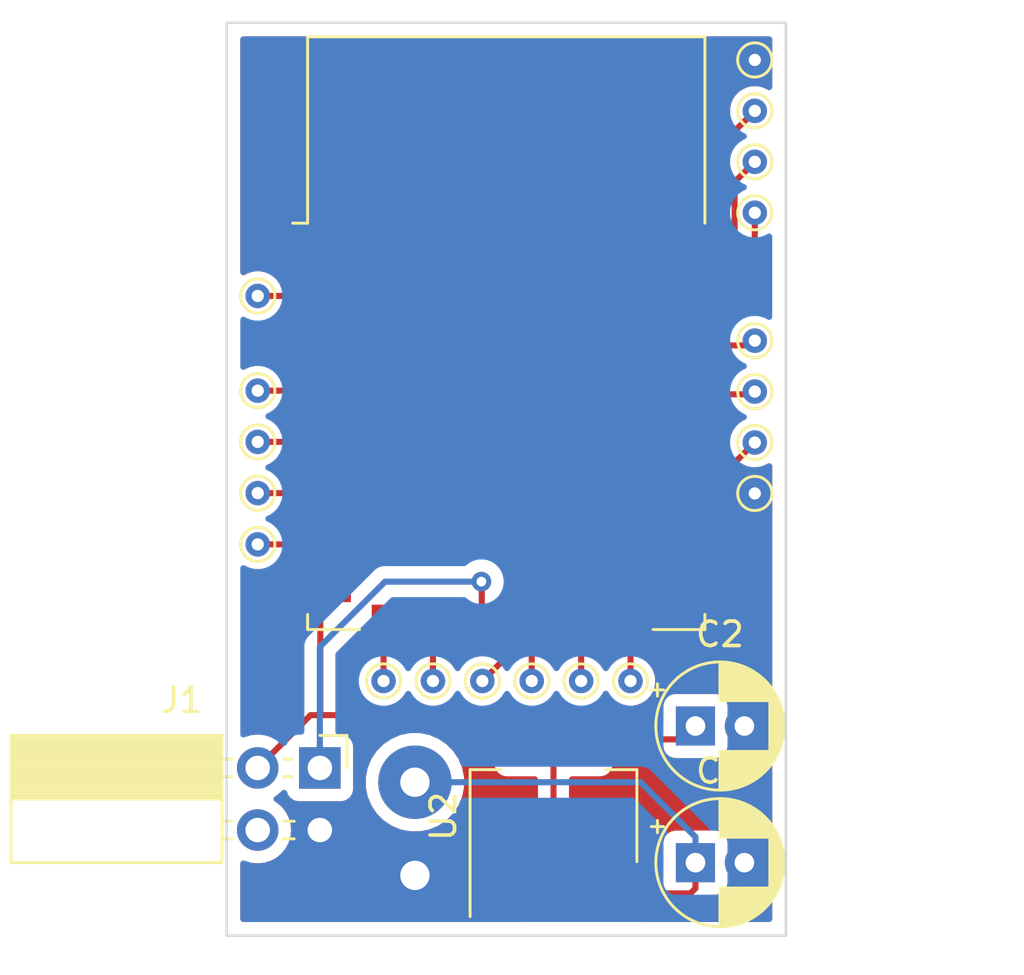
<source format=kicad_pcb>
(kicad_pcb (version 20171130) (host pcbnew 5.1.4-e60b266~84~ubuntu18.04.1)

  (general
    (thickness 1.6)
    (drawings 4)
    (tracks 82)
    (zones 0)
    (modules 25)
    (nets 23)
  )

  (page A4)
  (title_block
    (title EnvironmentMonitor)
    (company racs-net.de)
  )

  (layers
    (0 F.Cu signal)
    (31 B.Cu signal)
    (32 B.Adhes user)
    (33 F.Adhes user)
    (34 B.Paste user)
    (35 F.Paste user)
    (36 B.SilkS user)
    (37 F.SilkS user)
    (38 B.Mask user)
    (39 F.Mask user)
    (40 Dwgs.User user)
    (41 Cmts.User user)
    (42 Eco1.User user)
    (43 Eco2.User user)
    (44 Edge.Cuts user)
    (45 Margin user)
    (46 B.CrtYd user)
    (47 F.CrtYd user)
    (48 B.Fab user)
    (49 F.Fab user)
  )

  (setup
    (last_trace_width 0.25)
    (trace_clearance 0.2)
    (zone_clearance 0.508)
    (zone_45_only no)
    (trace_min 0.2)
    (via_size 0.8)
    (via_drill 0.4)
    (via_min_size 0.4)
    (via_min_drill 0.3)
    (uvia_size 0.3)
    (uvia_drill 0.1)
    (uvias_allowed no)
    (uvia_min_size 0.2)
    (uvia_min_drill 0.1)
    (edge_width 0.1)
    (segment_width 0.2)
    (pcb_text_width 0.3)
    (pcb_text_size 1.5 1.5)
    (mod_edge_width 0.15)
    (mod_text_size 1 1)
    (mod_text_width 0.15)
    (pad_size 2.99974 2.99974)
    (pad_drill 1.19888)
    (pad_to_mask_clearance 0)
    (aux_axis_origin 0 0)
    (visible_elements FFFFFFFF)
    (pcbplotparams
      (layerselection 0x010fc_ffffffff)
      (usegerberextensions false)
      (usegerberattributes false)
      (usegerberadvancedattributes false)
      (creategerberjobfile false)
      (excludeedgelayer true)
      (linewidth 0.100000)
      (plotframeref false)
      (viasonmask false)
      (mode 1)
      (useauxorigin false)
      (hpglpennumber 1)
      (hpglpenspeed 20)
      (hpglpendiameter 15.000000)
      (psnegative false)
      (psa4output false)
      (plotreference true)
      (plotvalue true)
      (plotinvisibletext false)
      (padsonsilk false)
      (subtractmaskfromsilk false)
      (outputformat 1)
      (mirror false)
      (drillshape 1)
      (scaleselection 1)
      (outputdirectory ""))
  )

  (net 0 "")
  (net 1 GND)
  (net 2 VCC)
  (net 3 +3V3)
  (net 4 "Net-(FLASH_IO0-Pad1)")
  (net 5 "Net-(FLASH_RXD1-Pad1)")
  (net 6 "Net-(FLASH_TXD1-Pad1)")
  (net 7 "Net-(IO_2-Pad1)")
  (net 8 "Net-(IO_10-Pad1)")
  (net 9 "Net-(IO_12-Pad1)")
  (net 10 "Net-(IO_14-Pad1)")
  (net 11 "Net-(IO_16-Pad1)")
  (net 12 "Net-(IO_ADC1-Pad1)")
  (net 13 "Net-(IO_CLK1-Pad1)")
  (net 14 "Net-(IO_CS0-Pad1)")
  (net 15 "Net-(IO_MISO1-Pad1)")
  (net 16 "Net-(IO_MOSI1-Pad1)")
  (net 17 "Net-(J1-Pad4)")
  (net 18 "Net-(J1-Pad1)")
  (net 19 "Net-(LCD_SCL1-Pad1)")
  (net 20 "Net-(LCD_SDA1-Pad1)")
  (net 21 "Net-(U1-Pad1)")
  (net 22 "Net-(IO_13-Pad1)")

  (net_class Default "This is the default net class."
    (clearance 0.2)
    (trace_width 0.25)
    (via_dia 0.8)
    (via_drill 0.4)
    (uvia_dia 0.3)
    (uvia_drill 0.1)
    (add_net +3V3)
    (add_net GND)
    (add_net "Net-(FLASH_IO0-Pad1)")
    (add_net "Net-(FLASH_RXD1-Pad1)")
    (add_net "Net-(FLASH_TXD1-Pad1)")
    (add_net "Net-(IO_10-Pad1)")
    (add_net "Net-(IO_12-Pad1)")
    (add_net "Net-(IO_13-Pad1)")
    (add_net "Net-(IO_14-Pad1)")
    (add_net "Net-(IO_16-Pad1)")
    (add_net "Net-(IO_2-Pad1)")
    (add_net "Net-(IO_ADC1-Pad1)")
    (add_net "Net-(IO_CLK1-Pad1)")
    (add_net "Net-(IO_CS0-Pad1)")
    (add_net "Net-(IO_MISO1-Pad1)")
    (add_net "Net-(IO_MOSI1-Pad1)")
    (add_net "Net-(J1-Pad1)")
    (add_net "Net-(J1-Pad4)")
    (add_net "Net-(LCD_SCL1-Pad1)")
    (add_net "Net-(LCD_SDA1-Pad1)")
    (add_net "Net-(U1-Pad1)")
    (add_net VCC)
  )

  (module Connector_Wire:SolderWirePad_1x02_P3.81mm_Drill1.2mm (layer F.Cu) (tedit 5DA6F84D) (tstamp 5DA79C65)
    (at 96.5962 94.5642 90)
    (descr "Wire solder connection")
    (tags connector)
    (attr virtual)
    (fp_text reference Power_Connection (at 1.905 -3.81 90) (layer F.SilkS) hide
      (effects (font (size 1 1) (thickness 0.15)))
    )
    (fp_text value SolderWirePad_1x02_P3.81mm_Drill1.2mm (at 1.905 3.81 90) (layer F.Fab) hide
      (effects (font (size 1 1) (thickness 0.15)))
    )
    (fp_text user %R (at 1.905 0 90) (layer F.Fab) hide
      (effects (font (size 1 1) (thickness 0.15)))
    )
    (fp_line (start -1.99 -2) (end 5.81 -2) (layer F.CrtYd) (width 0.05))
    (fp_line (start -1.99 -2) (end -1.99 2) (layer F.CrtYd) (width 0.05))
    (fp_line (start 5.81 2) (end 5.81 -2) (layer F.CrtYd) (width 0.05))
    (fp_line (start 5.81 2) (end -1.99 2) (layer F.CrtYd) (width 0.05))
    (pad 1 thru_hole rect (at 0 0 90) (size 2.99974 2.99974) (drill 1.19888) (layers *.Cu *.Mask)
      (net 1 GND))
    (pad 2 thru_hole circle (at 3.81 0 90) (size 2.99974 2.99974) (drill 1.19888) (layers *.Cu *.Mask)
      (net 2 VCC))
  )

  (module Connector_PinSocket_2.54mm:PinSocket_2x02_P2.54mm_Horizontal (layer F.Cu) (tedit 5A19A41C) (tstamp 5DA74802)
    (at 92.71 90.17)
    (descr "Through hole angled socket strip, 2x02, 2.54mm pitch, 8.51mm socket length, double cols (from Kicad 4.0.7), script generated")
    (tags "Through hole angled socket strip THT 2x02 2.54mm double row")
    (path /5DACBC73)
    (fp_text reference J1 (at -5.65 -2.77) (layer F.SilkS)
      (effects (font (size 1 1) (thickness 0.15)))
    )
    (fp_text value Conn_02x02_Top_Bottom (at -5.65 5.31) (layer F.Fab) hide
      (effects (font (size 1 1) (thickness 0.15)))
    )
    (fp_text user %R (at -8.315 1.27) (layer F.Fab)
      (effects (font (size 1 1) (thickness 0.15)))
    )
    (fp_line (start 1.8 4.35) (end 1.8 -1.75) (layer F.CrtYd) (width 0.05))
    (fp_line (start -13.05 4.35) (end 1.8 4.35) (layer F.CrtYd) (width 0.05))
    (fp_line (start -13.05 -1.75) (end -13.05 4.35) (layer F.CrtYd) (width 0.05))
    (fp_line (start 1.8 -1.75) (end -13.05 -1.75) (layer F.CrtYd) (width 0.05))
    (fp_line (start 0 -1.33) (end 1.11 -1.33) (layer F.SilkS) (width 0.12))
    (fp_line (start 1.11 -1.33) (end 1.11 0) (layer F.SilkS) (width 0.12))
    (fp_line (start -12.63 -1.33) (end -12.63 3.87) (layer F.SilkS) (width 0.12))
    (fp_line (start -12.63 3.87) (end -4 3.87) (layer F.SilkS) (width 0.12))
    (fp_line (start -4 -1.33) (end -4 3.87) (layer F.SilkS) (width 0.12))
    (fp_line (start -12.63 -1.33) (end -4 -1.33) (layer F.SilkS) (width 0.12))
    (fp_line (start -12.63 1.27) (end -4 1.27) (layer F.SilkS) (width 0.12))
    (fp_line (start -1.49 2.9) (end -1.05 2.9) (layer F.SilkS) (width 0.12))
    (fp_line (start -4 2.9) (end -3.59 2.9) (layer F.SilkS) (width 0.12))
    (fp_line (start -1.49 2.18) (end -1.05 2.18) (layer F.SilkS) (width 0.12))
    (fp_line (start -4 2.18) (end -3.59 2.18) (layer F.SilkS) (width 0.12))
    (fp_line (start -1.49 0.36) (end -1.11 0.36) (layer F.SilkS) (width 0.12))
    (fp_line (start -4 0.36) (end -3.59 0.36) (layer F.SilkS) (width 0.12))
    (fp_line (start -1.49 -0.36) (end -1.11 -0.36) (layer F.SilkS) (width 0.12))
    (fp_line (start -4 -0.36) (end -3.59 -0.36) (layer F.SilkS) (width 0.12))
    (fp_line (start -12.63 1.1519) (end -4 1.1519) (layer F.SilkS) (width 0.12))
    (fp_line (start -12.63 1.033805) (end -4 1.033805) (layer F.SilkS) (width 0.12))
    (fp_line (start -12.63 0.91571) (end -4 0.91571) (layer F.SilkS) (width 0.12))
    (fp_line (start -12.63 0.797615) (end -4 0.797615) (layer F.SilkS) (width 0.12))
    (fp_line (start -12.63 0.67952) (end -4 0.67952) (layer F.SilkS) (width 0.12))
    (fp_line (start -12.63 0.561425) (end -4 0.561425) (layer F.SilkS) (width 0.12))
    (fp_line (start -12.63 0.44333) (end -4 0.44333) (layer F.SilkS) (width 0.12))
    (fp_line (start -12.63 0.325235) (end -4 0.325235) (layer F.SilkS) (width 0.12))
    (fp_line (start -12.63 0.20714) (end -4 0.20714) (layer F.SilkS) (width 0.12))
    (fp_line (start -12.63 0.089045) (end -4 0.089045) (layer F.SilkS) (width 0.12))
    (fp_line (start -12.63 -0.02905) (end -4 -0.02905) (layer F.SilkS) (width 0.12))
    (fp_line (start -12.63 -0.147145) (end -4 -0.147145) (layer F.SilkS) (width 0.12))
    (fp_line (start -12.63 -0.26524) (end -4 -0.26524) (layer F.SilkS) (width 0.12))
    (fp_line (start -12.63 -0.383335) (end -4 -0.383335) (layer F.SilkS) (width 0.12))
    (fp_line (start -12.63 -0.50143) (end -4 -0.50143) (layer F.SilkS) (width 0.12))
    (fp_line (start -12.63 -0.619525) (end -4 -0.619525) (layer F.SilkS) (width 0.12))
    (fp_line (start -12.63 -0.73762) (end -4 -0.73762) (layer F.SilkS) (width 0.12))
    (fp_line (start -12.63 -0.855715) (end -4 -0.855715) (layer F.SilkS) (width 0.12))
    (fp_line (start -12.63 -0.97381) (end -4 -0.97381) (layer F.SilkS) (width 0.12))
    (fp_line (start -12.63 -1.091905) (end -4 -1.091905) (layer F.SilkS) (width 0.12))
    (fp_line (start -12.63 -1.21) (end -4 -1.21) (layer F.SilkS) (width 0.12))
    (fp_line (start 0 2.84) (end 0 2.24) (layer F.Fab) (width 0.1))
    (fp_line (start -4.06 2.84) (end 0 2.84) (layer F.Fab) (width 0.1))
    (fp_line (start 0 2.24) (end -4.06 2.24) (layer F.Fab) (width 0.1))
    (fp_line (start 0 0.3) (end 0 -0.3) (layer F.Fab) (width 0.1))
    (fp_line (start -4.06 0.3) (end 0 0.3) (layer F.Fab) (width 0.1))
    (fp_line (start 0 -0.3) (end -4.06 -0.3) (layer F.Fab) (width 0.1))
    (fp_line (start -12.57 3.81) (end -12.57 -1.27) (layer F.Fab) (width 0.1))
    (fp_line (start -4.06 3.81) (end -12.57 3.81) (layer F.Fab) (width 0.1))
    (fp_line (start -4.06 -0.3) (end -4.06 3.81) (layer F.Fab) (width 0.1))
    (fp_line (start -5.03 -1.27) (end -4.06 -0.3) (layer F.Fab) (width 0.1))
    (fp_line (start -12.57 -1.27) (end -5.03 -1.27) (layer F.Fab) (width 0.1))
    (pad 4 thru_hole oval (at -2.54 2.54) (size 1.7 1.7) (drill 1) (layers *.Cu *.Mask)
      (net 17 "Net-(J1-Pad4)"))
    (pad 3 thru_hole oval (at 0 2.54) (size 1.7 1.7) (drill 1) (layers *.Cu *.Mask)
      (net 1 GND))
    (pad 2 thru_hole oval (at -2.54 0) (size 1.7 1.7) (drill 1) (layers *.Cu *.Mask)
      (net 3 +3V3))
    (pad 1 thru_hole rect (at 0 0) (size 1.7 1.7) (drill 1) (layers *.Cu *.Mask)
      (net 18 "Net-(J1-Pad1)"))
    (model ${KISYS3DMOD}/Connector_PinSocket_2.54mm.3dshapes/PinSocket_2x02_P2.54mm_Horizontal.wrl
      (at (xyz 0 0 0))
      (scale (xyz 1 1 1))
      (rotate (xyz 0 0 0))
    )
  )

  (module Package_TO_SOT_SMD:SOT-223-3_TabPin2 (layer F.Cu) (tedit 5A02FF57) (tstamp 5DA7487B)
    (at 102.2604 92.1512 90)
    (descr "module CMS SOT223 4 pins")
    (tags "CMS SOT")
    (path /5DA58146)
    (attr smd)
    (fp_text reference U2 (at 0 -4.5 90) (layer F.SilkS)
      (effects (font (size 1 1) (thickness 0.15)))
    )
    (fp_text value LD1117S33TR_SOT223 (at 0 4.5 90) (layer F.Fab) hide
      (effects (font (size 1 1) (thickness 0.15)))
    )
    (fp_line (start 1.85 -3.35) (end 1.85 3.35) (layer F.Fab) (width 0.1))
    (fp_line (start -1.85 3.35) (end 1.85 3.35) (layer F.Fab) (width 0.1))
    (fp_line (start -4.1 -3.41) (end 1.91 -3.41) (layer F.SilkS) (width 0.12))
    (fp_line (start -0.85 -3.35) (end 1.85 -3.35) (layer F.Fab) (width 0.1))
    (fp_line (start -1.85 3.41) (end 1.91 3.41) (layer F.SilkS) (width 0.12))
    (fp_line (start -1.85 -2.35) (end -1.85 3.35) (layer F.Fab) (width 0.1))
    (fp_line (start -1.85 -2.35) (end -0.85 -3.35) (layer F.Fab) (width 0.1))
    (fp_line (start -4.4 -3.6) (end -4.4 3.6) (layer F.CrtYd) (width 0.05))
    (fp_line (start -4.4 3.6) (end 4.4 3.6) (layer F.CrtYd) (width 0.05))
    (fp_line (start 4.4 3.6) (end 4.4 -3.6) (layer F.CrtYd) (width 0.05))
    (fp_line (start 4.4 -3.6) (end -4.4 -3.6) (layer F.CrtYd) (width 0.05))
    (fp_line (start 1.91 -3.41) (end 1.91 -2.15) (layer F.SilkS) (width 0.12))
    (fp_line (start 1.91 3.41) (end 1.91 2.15) (layer F.SilkS) (width 0.12))
    (fp_text user %R (at 0 0) (layer F.Fab)
      (effects (font (size 0.8 0.8) (thickness 0.12)))
    )
    (pad 1 smd rect (at -3.15 -2.3 90) (size 2 1.5) (layers F.Cu F.Paste F.Mask)
      (net 1 GND))
    (pad 3 smd rect (at -3.15 2.3 90) (size 2 1.5) (layers F.Cu F.Paste F.Mask)
      (net 2 VCC))
    (pad 2 smd rect (at -3.15 0 90) (size 2 1.5) (layers F.Cu F.Paste F.Mask)
      (net 3 +3V3))
    (pad 2 smd rect (at 3.15 0 90) (size 2 3.8) (layers F.Cu F.Paste F.Mask)
      (net 3 +3V3))
    (model ${KISYS3DMOD}/Package_TO_SOT_SMD.3dshapes/SOT-223.wrl
      (at (xyz 0 0 0))
      (scale (xyz 1 1 1))
      (rotate (xyz 0 0 0))
    )
  )

  (module RF_Module:ESP-12E (layer F.Cu) (tedit 5A030172) (tstamp 5DA74865)
    (at 100.33 72.39)
    (descr "Wi-Fi Module, http://wiki.ai-thinker.com/_media/esp8266/docs/aithinker_esp_12f_datasheet_en.pdf")
    (tags "Wi-Fi Module")
    (path /5DA56D83)
    (attr smd)
    (fp_text reference U1 (at -10.56 -5.26) (layer F.SilkS) hide
      (effects (font (size 1 1) (thickness 0.15)))
    )
    (fp_text value ESP-12E (at -0.06 -12.78) (layer F.Fab)
      (effects (font (size 1 1) (thickness 0.15)))
    )
    (fp_line (start 5.56 -4.8) (end 8.12 -7.36) (layer Dwgs.User) (width 0.12))
    (fp_line (start 2.56 -4.8) (end 8.12 -10.36) (layer Dwgs.User) (width 0.12))
    (fp_line (start -0.44 -4.8) (end 6.88 -12.12) (layer Dwgs.User) (width 0.12))
    (fp_line (start -3.44 -4.8) (end 3.88 -12.12) (layer Dwgs.User) (width 0.12))
    (fp_line (start -6.44 -4.8) (end 0.88 -12.12) (layer Dwgs.User) (width 0.12))
    (fp_line (start -8.12 -6.12) (end -2.12 -12.12) (layer Dwgs.User) (width 0.12))
    (fp_line (start -8.12 -9.12) (end -5.12 -12.12) (layer Dwgs.User) (width 0.12))
    (fp_line (start -8.12 -4.8) (end -8.12 -12.12) (layer Dwgs.User) (width 0.12))
    (fp_line (start 8.12 -4.8) (end -8.12 -4.8) (layer Dwgs.User) (width 0.12))
    (fp_line (start 8.12 -12.12) (end 8.12 -4.8) (layer Dwgs.User) (width 0.12))
    (fp_line (start -8.12 -12.12) (end 8.12 -12.12) (layer Dwgs.User) (width 0.12))
    (fp_line (start -8.12 -4.5) (end -8.73 -4.5) (layer F.SilkS) (width 0.12))
    (fp_line (start -8.12 -4.5) (end -8.12 -12.12) (layer F.SilkS) (width 0.12))
    (fp_line (start -8.12 12.12) (end -8.12 11.5) (layer F.SilkS) (width 0.12))
    (fp_line (start -6 12.12) (end -8.12 12.12) (layer F.SilkS) (width 0.12))
    (fp_line (start 8.12 12.12) (end 6 12.12) (layer F.SilkS) (width 0.12))
    (fp_line (start 8.12 11.5) (end 8.12 12.12) (layer F.SilkS) (width 0.12))
    (fp_line (start 8.12 -12.12) (end 8.12 -4.5) (layer F.SilkS) (width 0.12))
    (fp_line (start -8.12 -12.12) (end 8.12 -12.12) (layer F.SilkS) (width 0.12))
    (fp_line (start -9.05 13.1) (end -9.05 -12.2) (layer F.CrtYd) (width 0.05))
    (fp_line (start 9.05 13.1) (end -9.05 13.1) (layer F.CrtYd) (width 0.05))
    (fp_line (start 9.05 -12.2) (end 9.05 13.1) (layer F.CrtYd) (width 0.05))
    (fp_line (start -9.05 -12.2) (end 9.05 -12.2) (layer F.CrtYd) (width 0.05))
    (fp_line (start -8 -4) (end -8 -12) (layer F.Fab) (width 0.12))
    (fp_line (start -7.5 -3.5) (end -8 -4) (layer F.Fab) (width 0.12))
    (fp_line (start -8 -3) (end -7.5 -3.5) (layer F.Fab) (width 0.12))
    (fp_line (start -8 12) (end -8 -3) (layer F.Fab) (width 0.12))
    (fp_line (start 8 12) (end -8 12) (layer F.Fab) (width 0.12))
    (fp_line (start 8 -12) (end 8 12) (layer F.Fab) (width 0.12))
    (fp_line (start -8 -12) (end 8 -12) (layer F.Fab) (width 0.12))
    (fp_text user %R (at 0.49 -0.8) (layer F.Fab)
      (effects (font (size 1 1) (thickness 0.15)))
    )
    (fp_text user "KEEP-OUT ZONE" (at 0.03 -9.55 180) (layer Cmts.User)
      (effects (font (size 1 1) (thickness 0.15)))
    )
    (fp_text user Antenna (at -0.06 -7 180) (layer Cmts.User)
      (effects (font (size 1 1) (thickness 0.15)))
    )
    (pad 22 smd rect (at 7.6 -3.5) (size 2.5 1) (layers F.Cu F.Paste F.Mask)
      (net 6 "Net-(FLASH_TXD1-Pad1)"))
    (pad 21 smd rect (at 7.6 -1.5) (size 2.5 1) (layers F.Cu F.Paste F.Mask)
      (net 5 "Net-(FLASH_RXD1-Pad1)"))
    (pad 20 smd rect (at 7.6 0.5) (size 2.5 1) (layers F.Cu F.Paste F.Mask)
      (net 19 "Net-(LCD_SCL1-Pad1)"))
    (pad 19 smd rect (at 7.6 2.5) (size 2.5 1) (layers F.Cu F.Paste F.Mask)
      (net 20 "Net-(LCD_SDA1-Pad1)"))
    (pad 18 smd rect (at 7.6 4.5) (size 2.5 1) (layers F.Cu F.Paste F.Mask)
      (net 4 "Net-(FLASH_IO0-Pad1)"))
    (pad 17 smd rect (at 7.6 6.5) (size 2.5 1) (layers F.Cu F.Paste F.Mask)
      (net 7 "Net-(IO_2-Pad1)"))
    (pad 16 smd rect (at 7.6 8.5) (size 2.5 1) (layers F.Cu F.Paste F.Mask)
      (net 1 GND))
    (pad 15 smd rect (at 7.6 10.5) (size 2.5 1) (layers F.Cu F.Paste F.Mask)
      (net 1 GND))
    (pad 14 smd rect (at 5 12) (size 1 1.8) (layers F.Cu F.Paste F.Mask)
      (net 13 "Net-(IO_CLK1-Pad1)"))
    (pad 13 smd rect (at 3 12) (size 1 1.8) (layers F.Cu F.Paste F.Mask)
      (net 16 "Net-(IO_MOSI1-Pad1)"))
    (pad 12 smd rect (at 1 12) (size 1 1.8) (layers F.Cu F.Paste F.Mask)
      (net 8 "Net-(IO_10-Pad1)"))
    (pad 11 smd rect (at -1 12) (size 1 1.8) (layers F.Cu F.Paste F.Mask)
      (net 18 "Net-(J1-Pad1)"))
    (pad 10 smd rect (at -3 12) (size 1 1.8) (layers F.Cu F.Paste F.Mask)
      (net 15 "Net-(IO_MISO1-Pad1)"))
    (pad 9 smd rect (at -5 12) (size 1 1.8) (layers F.Cu F.Paste F.Mask)
      (net 14 "Net-(IO_CS0-Pad1)"))
    (pad 8 smd rect (at -7.6 10.5) (size 2.5 1) (layers F.Cu F.Paste F.Mask)
      (net 3 +3V3))
    (pad 7 smd rect (at -7.6 8.5) (size 2.5 1) (layers F.Cu F.Paste F.Mask)
      (net 22 "Net-(IO_13-Pad1)"))
    (pad 6 smd rect (at -7.6 6.5) (size 2.5 1) (layers F.Cu F.Paste F.Mask)
      (net 9 "Net-(IO_12-Pad1)"))
    (pad 5 smd rect (at -7.6 4.5) (size 2.5 1) (layers F.Cu F.Paste F.Mask)
      (net 10 "Net-(IO_14-Pad1)"))
    (pad 4 smd rect (at -7.6 2.5) (size 2.5 1) (layers F.Cu F.Paste F.Mask)
      (net 11 "Net-(IO_16-Pad1)"))
    (pad 3 smd rect (at -7.6 0.5) (size 2.5 1) (layers F.Cu F.Paste F.Mask)
      (net 3 +3V3))
    (pad 2 smd rect (at -7.6 -1.5) (size 2.5 1) (layers F.Cu F.Paste F.Mask)
      (net 12 "Net-(IO_ADC1-Pad1)"))
    (pad 1 smd rect (at -7.6 -3.5) (size 2.5 1) (layers F.Cu F.Paste F.Mask)
      (net 21 "Net-(U1-Pad1)"))
    (model ${KISYS3DMOD}/RF_Module.3dshapes/ESP-12E.wrl
      (at (xyz 0 0 0))
      (scale (xyz 1 1 1))
      (rotate (xyz 0 0 0))
    )
  )

  (module TestPoint:TestPoint_THTPad_D1.0mm_Drill0.5mm (layer F.Cu) (tedit 5A0F774F) (tstamp 5DA82A77)
    (at 90.17 81.026)
    (descr "THT pad as test Point, diameter 1.0mm, hole diameter 0.5mm")
    (tags "test point THT pad")
    (path /5DA7B182)
    (attr virtual)
    (fp_text reference IO_13 (at 0 -1.448) (layer F.SilkS) hide
      (effects (font (size 1 1) (thickness 0.15)))
    )
    (fp_text value TestPoint (at 0 1.55) (layer F.Fab) hide
      (effects (font (size 1 1) (thickness 0.15)))
    )
    (fp_circle (center 0 0) (end 0 0.7) (layer F.SilkS) (width 0.12))
    (fp_circle (center 0 0) (end 1 0) (layer F.CrtYd) (width 0.05))
    (fp_text user %R (at -3.962519 -0.0276) (layer F.Fab)
      (effects (font (size 1 1) (thickness 0.15)))
    )
    (pad 1 thru_hole circle (at 0 0) (size 1 1) (drill 0.5) (layers *.Cu *.Mask)
      (net 22 "Net-(IO_13-Pad1)"))
  )

  (module TestPoint:TestPoint_THTPad_D1.0mm_Drill0.5mm (layer F.Cu) (tedit 5A0F774F) (tstamp 5DA74822)
    (at 110.49 76.8604 90)
    (descr "THT pad as test Point, diameter 1.0mm, hole diameter 0.5mm")
    (tags "test point THT pad")
    (path /5DA9D707)
    (attr virtual)
    (fp_text reference LCD_VCC1 (at 0 -1.448 90) (layer F.SilkS) hide
      (effects (font (size 1 1) (thickness 0.15)))
    )
    (fp_text value TestPoint (at 0 1.55 90) (layer F.Fab) hide
      (effects (font (size 1 1) (thickness 0.15)))
    )
    (fp_circle (center 0 0) (end 0 0.7) (layer F.SilkS) (width 0.12))
    (fp_circle (center 0 0) (end 1 0) (layer F.CrtYd) (width 0.05))
    (fp_text user %R (at 0 5.306519 180) (layer F.Fab)
      (effects (font (size 1 1) (thickness 0.15)))
    )
    (pad 1 thru_hole circle (at 0 0 90) (size 1 1) (drill 0.5) (layers *.Cu *.Mask)
      (net 3 +3V3))
  )

  (module TestPoint:TestPoint_THTPad_D1.0mm_Drill0.5mm (layer F.Cu) (tedit 5A0F774F) (tstamp 5DA7481A)
    (at 110.49 74.7776 90)
    (descr "THT pad as test Point, diameter 1.0mm, hole diameter 0.5mm")
    (tags "test point THT pad")
    (path /5DA7AAD5)
    (attr virtual)
    (fp_text reference LCD_SDA1 (at 0 -1.448 90) (layer F.SilkS) hide
      (effects (font (size 1 1) (thickness 0.15)))
    )
    (fp_text value TestPoint (at 0 1.55 90) (layer F.Fab) hide
      (effects (font (size 1 1) (thickness 0.15)))
    )
    (fp_circle (center 0 0) (end 0 0.7) (layer F.SilkS) (width 0.12))
    (fp_circle (center 0 0) (end 1 0) (layer F.CrtYd) (width 0.05))
    (fp_text user %R (at 0 5.282709 180) (layer F.Fab)
      (effects (font (size 1 1) (thickness 0.15)))
    )
    (pad 1 thru_hole circle (at 0 0 90) (size 1 1) (drill 0.5) (layers *.Cu *.Mask)
      (net 20 "Net-(LCD_SDA1-Pad1)"))
  )

  (module TestPoint:TestPoint_THTPad_D1.0mm_Drill0.5mm (layer F.Cu) (tedit 5A0F774F) (tstamp 5DA74812)
    (at 110.49 72.6948 90)
    (descr "THT pad as test Point, diameter 1.0mm, hole diameter 0.5mm")
    (tags "test point THT pad")
    (path /5DA7ACD5)
    (attr virtual)
    (fp_text reference LCD_SCL1 (at 0 -1.448 90) (layer F.SilkS) hide
      (effects (font (size 1 1) (thickness 0.15)))
    )
    (fp_text value TestPoint (at 0 1.55 90) (layer F.Fab) hide
      (effects (font (size 1 1) (thickness 0.15)))
    )
    (fp_circle (center 0 0) (end 0 0.7) (layer F.SilkS) (width 0.12))
    (fp_circle (center 0 0) (end 1 0) (layer F.CrtYd) (width 0.05))
    (fp_text user %R (at 0 5.2589 180) (layer F.Fab)
      (effects (font (size 1 1) (thickness 0.15)))
    )
    (pad 1 thru_hole circle (at 0 0 90) (size 1 1) (drill 0.5) (layers *.Cu *.Mask)
      (net 19 "Net-(LCD_SCL1-Pad1)"))
  )

  (module TestPoint:TestPoint_THTPad_D1.0mm_Drill0.5mm (layer F.Cu) (tedit 5A0F774F) (tstamp 5DA7480A)
    (at 110.49 78.9432 90)
    (descr "THT pad as test Point, diameter 1.0mm, hole diameter 0.5mm")
    (tags "test point THT pad")
    (path /5DA9D985)
    (attr virtual)
    (fp_text reference LCD_GND1 (at 0 -1.448 90) (layer F.SilkS) hide
      (effects (font (size 1 1) (thickness 0.15)))
    )
    (fp_text value TestPoint (at 0 1.55 90) (layer F.Fab) hide
      (effects (font (size 1 1) (thickness 0.15)))
    )
    (fp_circle (center 0 0) (end 0 0.7) (layer F.SilkS) (width 0.12))
    (fp_circle (center 0 0) (end 1 0) (layer F.CrtYd) (width 0.05))
    (fp_text user %R (at 0 5.401757 180) (layer F.Fab)
      (effects (font (size 1 1) (thickness 0.15)))
    )
    (pad 1 thru_hole circle (at 0 0 90) (size 1 1) (drill 0.5) (layers *.Cu *.Mask)
      (net 1 GND))
  )

  (module TestPoint:TestPoint_THTPad_D1.0mm_Drill0.5mm (layer F.Cu) (tedit 5A0F774F) (tstamp 5DA747C6)
    (at 103.3907 86.614)
    (descr "THT pad as test Point, diameter 1.0mm, hole diameter 0.5mm")
    (tags "test point THT pad")
    (path /5DAF4BA6)
    (attr virtual)
    (fp_text reference IO_MOSI1 (at 0 -1.448) (layer F.SilkS) hide
      (effects (font (size 1 1) (thickness 0.15)))
    )
    (fp_text value TestPoint (at 0 1.55) (layer F.Fab) hide
      (effects (font (size 1 1) (thickness 0.15)))
    )
    (fp_circle (center 0 0) (end 0 0.7) (layer F.SilkS) (width 0.12))
    (fp_circle (center 0 0) (end 1 0) (layer F.CrtYd) (width 0.05))
    (fp_text user %R (at 0 -5.8569 90) (layer F.Fab)
      (effects (font (size 1 1) (thickness 0.15)))
    )
    (pad 1 thru_hole circle (at 0 0) (size 1 1) (drill 0.5) (layers *.Cu *.Mask)
      (net 16 "Net-(IO_MOSI1-Pad1)"))
  )

  (module TestPoint:TestPoint_THTPad_D1.0mm_Drill0.5mm (layer F.Cu) (tedit 5A0F774F) (tstamp 5DA747BE)
    (at 97.3328 86.614)
    (descr "THT pad as test Point, diameter 1.0mm, hole diameter 0.5mm")
    (tags "test point THT pad")
    (path /5DAF3F03)
    (attr virtual)
    (fp_text reference IO_MISO1 (at 0 -1.448) (layer F.SilkS) hide
      (effects (font (size 1 1) (thickness 0.15)))
    )
    (fp_text value TestPoint (at 0 1.55) (layer F.Fab) hide
      (effects (font (size 1 1) (thickness 0.15)))
    )
    (fp_circle (center 0 0) (end 0 0.7) (layer F.SilkS) (width 0.12))
    (fp_circle (center 0 0) (end 1 0) (layer F.CrtYd) (width 0.05))
    (fp_text user %R (at 0 -5.8569 90) (layer F.Fab)
      (effects (font (size 1 1) (thickness 0.15)))
    )
    (pad 1 thru_hole circle (at 0 0) (size 1 1) (drill 0.5) (layers *.Cu *.Mask)
      (net 15 "Net-(IO_MISO1-Pad1)"))
  )

  (module TestPoint:TestPoint_THTPad_D1.0mm_Drill0.5mm (layer F.Cu) (tedit 5A0F774F) (tstamp 5DA747B6)
    (at 95.3135 86.614)
    (descr "THT pad as test Point, diameter 1.0mm, hole diameter 0.5mm")
    (tags "test point THT pad")
    (path /5DAF39C3)
    (attr virtual)
    (fp_text reference IO_CS0 (at 0 -1.448) (layer F.SilkS) hide
      (effects (font (size 1 1) (thickness 0.15)))
    )
    (fp_text value TestPoint (at 0 1.55) (layer F.Fab) hide
      (effects (font (size 1 1) (thickness 0.15)))
    )
    (fp_circle (center 0 0) (end 0 0.7) (layer F.SilkS) (width 0.12))
    (fp_circle (center 0 0) (end 1 0) (layer F.CrtYd) (width 0.05))
    (fp_text user %R (at 0 -5.8569 90) (layer F.Fab)
      (effects (font (size 1 1) (thickness 0.15)))
    )
    (pad 1 thru_hole circle (at 0 0) (size 1 1) (drill 0.5) (layers *.Cu *.Mask)
      (net 14 "Net-(IO_CS0-Pad1)"))
  )

  (module TestPoint:TestPoint_THTPad_D1.0mm_Drill0.5mm (layer F.Cu) (tedit 5A0F774F) (tstamp 5DA747AE)
    (at 105.41 86.614)
    (descr "THT pad as test Point, diameter 1.0mm, hole diameter 0.5mm")
    (tags "test point THT pad")
    (path /5DAF4F96)
    (attr virtual)
    (fp_text reference IO_CLK1 (at 0 -1.448) (layer F.SilkS) hide
      (effects (font (size 1 1) (thickness 0.15)))
    )
    (fp_text value TestPoint (at 0 1.55) (layer F.Fab) hide
      (effects (font (size 1 1) (thickness 0.15)))
    )
    (fp_circle (center 0 0) (end 0 0.7) (layer F.SilkS) (width 0.12))
    (fp_circle (center 0 0) (end 1 0) (layer F.CrtYd) (width 0.05))
    (fp_text user %R (at 0 -5.8569 90) (layer F.Fab)
      (effects (font (size 1 1) (thickness 0.15)))
    )
    (pad 1 thru_hole circle (at 0 0) (size 1 1) (drill 0.5) (layers *.Cu *.Mask)
      (net 13 "Net-(IO_CLK1-Pad1)"))
  )

  (module TestPoint:TestPoint_THTPad_D1.0mm_Drill0.5mm (layer F.Cu) (tedit 5A0F774F) (tstamp 5DA82A62)
    (at 90.17 70.866)
    (descr "THT pad as test Point, diameter 1.0mm, hole diameter 0.5mm")
    (tags "test point THT pad")
    (path /5DABFDCE)
    (attr virtual)
    (fp_text reference IO_ADC1 (at 0 -1.448) (layer F.SilkS) hide
      (effects (font (size 1 1) (thickness 0.15)))
    )
    (fp_text value TestPoint (at 0 1.55) (layer F.Fab) hide
      (effects (font (size 1 1) (thickness 0.15)))
    )
    (fp_circle (center 0 0) (end 0 0.7) (layer F.SilkS) (width 0.12))
    (fp_circle (center 0 0) (end 1 0) (layer F.CrtYd) (width 0.05))
    (fp_text user %R (at -4.9149 -0.0276) (layer F.Fab)
      (effects (font (size 1 1) (thickness 0.15)))
    )
    (pad 1 thru_hole circle (at 0 0) (size 1 1) (drill 0.5) (layers *.Cu *.Mask)
      (net 12 "Net-(IO_ADC1-Pad1)"))
  )

  (module TestPoint:TestPoint_THTPad_D1.0mm_Drill0.5mm (layer F.Cu) (tedit 5A0F774F) (tstamp 5DA82A4D)
    (at 90.17 74.7395)
    (descr "THT pad as test Point, diameter 1.0mm, hole diameter 0.5mm")
    (tags "test point THT pad")
    (path /5DA7B915)
    (attr virtual)
    (fp_text reference IO_16 (at 0 -1.448) (layer F.SilkS) hide
      (effects (font (size 1 1) (thickness 0.15)))
    )
    (fp_text value TestPoint (at 0 1.55) (layer F.Fab) hide
      (effects (font (size 1 1) (thickness 0.15)))
    )
    (fp_circle (center 0 0) (end 0 0.7) (layer F.SilkS) (width 0.12))
    (fp_circle (center 0 0) (end 1 0) (layer F.CrtYd) (width 0.05))
    (fp_text user %R (at -3.962519 -0.0276) (layer F.Fab)
      (effects (font (size 1 1) (thickness 0.15)))
    )
    (pad 1 thru_hole circle (at 0 0) (size 1 1) (drill 0.5) (layers *.Cu *.Mask)
      (net 11 "Net-(IO_16-Pad1)"))
  )

  (module TestPoint:TestPoint_THTPad_D1.0mm_Drill0.5mm (layer F.Cu) (tedit 5A0F774F) (tstamp 5DA82A38)
    (at 90.17 76.835)
    (descr "THT pad as test Point, diameter 1.0mm, hole diameter 0.5mm")
    (tags "test point THT pad")
    (path /5DA7B3CC)
    (attr virtual)
    (fp_text reference IO_14 (at 0 -1.448) (layer F.SilkS) hide
      (effects (font (size 1 1) (thickness 0.15)))
    )
    (fp_text value TestPoint (at 0 1.55) (layer F.Fab) hide
      (effects (font (size 1 1) (thickness 0.15)))
    )
    (fp_circle (center 0 0) (end 0 0.7) (layer F.SilkS) (width 0.12))
    (fp_circle (center 0 0) (end 1 0) (layer F.CrtYd) (width 0.05))
    (fp_text user %R (at -3.962519 -0.0276) (layer F.Fab)
      (effects (font (size 1 1) (thickness 0.15)))
    )
    (pad 1 thru_hole circle (at 0 0) (size 1 1) (drill 0.5) (layers *.Cu *.Mask)
      (net 10 "Net-(IO_14-Pad1)"))
  )

  (module TestPoint:TestPoint_THTPad_D1.0mm_Drill0.5mm (layer F.Cu) (tedit 5A0F774F) (tstamp 5DA82A8C)
    (at 90.17 78.9305)
    (descr "THT pad as test Point, diameter 1.0mm, hole diameter 0.5mm")
    (tags "test point THT pad")
    (path /5DA7AF90)
    (attr virtual)
    (fp_text reference IO_12 (at 0 -1.448) (layer F.SilkS) hide
      (effects (font (size 1 1) (thickness 0.15)))
    )
    (fp_text value TestPoint (at 0 1.55) (layer F.Fab) hide
      (effects (font (size 1 1) (thickness 0.15)))
    )
    (fp_circle (center 0 0) (end 0 0.7) (layer F.SilkS) (width 0.12))
    (fp_circle (center 0 0) (end 1 0) (layer F.CrtYd) (width 0.05))
    (fp_text user %R (at -3.962519 -0.0276) (layer F.Fab)
      (effects (font (size 1 1) (thickness 0.15)))
    )
    (pad 1 thru_hole circle (at 0 0) (size 1 1) (drill 0.5) (layers *.Cu *.Mask)
      (net 9 "Net-(IO_12-Pad1)"))
  )

  (module TestPoint:TestPoint_THTPad_D1.0mm_Drill0.5mm (layer F.Cu) (tedit 5A0F774F) (tstamp 5DA74786)
    (at 101.3714 86.614)
    (descr "THT pad as test Point, diameter 1.0mm, hole diameter 0.5mm")
    (tags "test point THT pad")
    (path /5DAF4345)
    (attr virtual)
    (fp_text reference IO_10 (at 0 -1.448) (layer F.SilkS) hide
      (effects (font (size 1 1) (thickness 0.15)))
    )
    (fp_text value TestPoint (at 0 1.55) (layer F.Fab) hide
      (effects (font (size 1 1) (thickness 0.15)))
    )
    (fp_circle (center 0 0) (end 0 0.7) (layer F.SilkS) (width 0.12))
    (fp_circle (center 0 0) (end 1 0) (layer F.CrtYd) (width 0.05))
    (fp_text user %R (at 0 -5.8569 90) (layer F.Fab)
      (effects (font (size 1 1) (thickness 0.15)))
    )
    (pad 1 thru_hole circle (at 0 0) (size 1 1) (drill 0.5) (layers *.Cu *.Mask)
      (net 8 "Net-(IO_10-Pad1)"))
  )

  (module TestPoint:TestPoint_THTPad_D1.0mm_Drill0.5mm (layer F.Cu) (tedit 5A0F774F) (tstamp 5DA7477E)
    (at 99.3521 86.614)
    (descr "THT pad as test Point, diameter 1.0mm, hole diameter 0.5mm")
    (tags "test point THT pad")
    (path /5DA7A4CE)
    (attr virtual)
    (fp_text reference IO_2 (at 0 -1.448) (layer F.SilkS) hide
      (effects (font (size 1 1) (thickness 0.15)))
    )
    (fp_text value TestPoint (at 0 1.55) (layer F.Fab) hide
      (effects (font (size 1 1) (thickness 0.15)))
    )
    (fp_circle (center 0 0) (end 0 0.7) (layer F.SilkS) (width 0.12))
    (fp_circle (center 0 0) (end 1 0) (layer F.CrtYd) (width 0.05))
    (fp_text user %R (at 0 -5.8569 90) (layer F.Fab)
      (effects (font (size 1 1) (thickness 0.15)))
    )
    (pad 1 thru_hole circle (at 0 0) (size 1 1) (drill 0.5) (layers *.Cu *.Mask)
      (net 7 "Net-(IO_2-Pad1)"))
  )

  (module TestPoint:TestPoint_THTPad_D1.0mm_Drill0.5mm (layer F.Cu) (tedit 5A0F774F) (tstamp 5DA74776)
    (at 110.49 63.2968 90)
    (descr "THT pad as test Point, diameter 1.0mm, hole diameter 0.5mm")
    (tags "test point THT pad")
    (path /5DA79F43)
    (attr virtual)
    (fp_text reference FLASH_TXD1 (at 0 -1.448 90) (layer F.SilkS) hide
      (effects (font (size 1 1) (thickness 0.15)))
    )
    (fp_text value TestPoint (at 0 1.55 90) (layer F.Fab) hide
      (effects (font (size 1 1) (thickness 0.15)))
    )
    (fp_circle (center 0 0) (end 0 0.7) (layer F.SilkS) (width 0.12))
    (fp_circle (center 0 0) (end 1 0) (layer F.CrtYd) (width 0.05))
    (fp_text user %R (at 0 6.092233 180) (layer F.Fab)
      (effects (font (size 1 1) (thickness 0.15)))
    )
    (pad 1 thru_hole circle (at 0 0 90) (size 1 1) (drill 0.5) (layers *.Cu *.Mask)
      (net 6 "Net-(FLASH_TXD1-Pad1)"))
  )

  (module TestPoint:TestPoint_THTPad_D1.0mm_Drill0.5mm (layer F.Cu) (tedit 5A0F774F) (tstamp 5DA7476E)
    (at 110.49 65.3796 90)
    (descr "THT pad as test Point, diameter 1.0mm, hole diameter 0.5mm")
    (tags "test point THT pad")
    (path /5DA7A743)
    (attr virtual)
    (fp_text reference FLASH_RXD1 (at 0 -1.448 90) (layer F.SilkS) hide
      (effects (font (size 1 1) (thickness 0.15)))
    )
    (fp_text value TestPoint (at 0 1.55 90) (layer F.Fab) hide
      (effects (font (size 1 1) (thickness 0.15)))
    )
    (fp_circle (center 0 0) (end 0 0.7) (layer F.SilkS) (width 0.12))
    (fp_circle (center 0 0) (end 1 0) (layer F.CrtYd) (width 0.05))
    (fp_text user %R (at 0 6.211281 180) (layer F.Fab)
      (effects (font (size 1 1) (thickness 0.15)))
    )
    (pad 1 thru_hole circle (at 0 0 90) (size 1 1) (drill 0.5) (layers *.Cu *.Mask)
      (net 5 "Net-(FLASH_RXD1-Pad1)"))
  )

  (module TestPoint:TestPoint_THTPad_D1.0mm_Drill0.5mm (layer F.Cu) (tedit 5A0F774F) (tstamp 5DA74766)
    (at 110.49 67.4624 90)
    (descr "THT pad as test Point, diameter 1.0mm, hole diameter 0.5mm")
    (tags "test point THT pad")
    (path /5DA78BE5)
    (attr virtual)
    (fp_text reference FLASH_IO0 (at 0 -1.448 90) (layer F.SilkS) hide
      (effects (font (size 1 1) (thickness 0.15)))
    )
    (fp_text value TestPoint (at 0 1.55 90) (layer F.Fab) hide
      (effects (font (size 1 1) (thickness 0.15)))
    )
    (fp_circle (center 0 0) (end 0 0.7) (layer F.SilkS) (width 0.12))
    (fp_circle (center 0 0) (end 1 0) (layer F.CrtYd) (width 0.05))
    (fp_text user %R (at 0 5.496995 180) (layer F.Fab)
      (effects (font (size 1 1) (thickness 0.15)))
    )
    (pad 1 thru_hole circle (at 0 0 90) (size 1 1) (drill 0.5) (layers *.Cu *.Mask)
      (net 4 "Net-(FLASH_IO0-Pad1)"))
  )

  (module TestPoint:TestPoint_THTPad_D1.0mm_Drill0.5mm (layer F.Cu) (tedit 5A0F774F) (tstamp 5DA7475E)
    (at 110.49 61.214 90)
    (descr "THT pad as test Point, diameter 1.0mm, hole diameter 0.5mm")
    (tags "test point THT pad")
    (path /5DA8EE47)
    (attr virtual)
    (fp_text reference FLASH_GND1 (at 0 -1.448 90) (layer F.SilkS) hide
      (effects (font (size 1 1) (thickness 0.15)))
    )
    (fp_text value TestPoint (at 0 1.55 90) (layer F.Fab) hide
      (effects (font (size 1 1) (thickness 0.15)))
    )
    (fp_circle (center 0 0) (end 0 0.7) (layer F.SilkS) (width 0.12))
    (fp_circle (center 0 0) (end 1 0) (layer F.CrtYd) (width 0.05))
    (fp_text user %R (at 0 6.2589 180) (layer F.Fab)
      (effects (font (size 1 1) (thickness 0.15)))
    )
    (pad 1 thru_hole circle (at 0 0 90) (size 1 1) (drill 0.5) (layers *.Cu *.Mask)
      (net 1 GND))
  )

  (module Capacitor_THT:CP_Radial_D5.0mm_P2.00mm (layer F.Cu) (tedit 5AE50EF0) (tstamp 5DA74756)
    (at 108.0643 88.4555)
    (descr "CP, Radial series, Radial, pin pitch=2.00mm, , diameter=5mm, Electrolytic Capacitor")
    (tags "CP Radial series Radial pin pitch 2.00mm  diameter 5mm Electrolytic Capacitor")
    (path /5DA7602F)
    (fp_text reference C2 (at 1 -3.75) (layer F.SilkS)
      (effects (font (size 1 1) (thickness 0.15)))
    )
    (fp_text value 10uF (at 1 3.75) (layer F.Fab)
      (effects (font (size 1 1) (thickness 0.15)))
    )
    (fp_text user %R (at 1 0) (layer F.Fab)
      (effects (font (size 1 1) (thickness 0.15)))
    )
    (fp_line (start -1.554775 -1.725) (end -1.554775 -1.225) (layer F.SilkS) (width 0.12))
    (fp_line (start -1.804775 -1.475) (end -1.304775 -1.475) (layer F.SilkS) (width 0.12))
    (fp_line (start 3.601 -0.284) (end 3.601 0.284) (layer F.SilkS) (width 0.12))
    (fp_line (start 3.561 -0.518) (end 3.561 0.518) (layer F.SilkS) (width 0.12))
    (fp_line (start 3.521 -0.677) (end 3.521 0.677) (layer F.SilkS) (width 0.12))
    (fp_line (start 3.481 -0.805) (end 3.481 0.805) (layer F.SilkS) (width 0.12))
    (fp_line (start 3.441 -0.915) (end 3.441 0.915) (layer F.SilkS) (width 0.12))
    (fp_line (start 3.401 -1.011) (end 3.401 1.011) (layer F.SilkS) (width 0.12))
    (fp_line (start 3.361 -1.098) (end 3.361 1.098) (layer F.SilkS) (width 0.12))
    (fp_line (start 3.321 -1.178) (end 3.321 1.178) (layer F.SilkS) (width 0.12))
    (fp_line (start 3.281 -1.251) (end 3.281 1.251) (layer F.SilkS) (width 0.12))
    (fp_line (start 3.241 -1.319) (end 3.241 1.319) (layer F.SilkS) (width 0.12))
    (fp_line (start 3.201 -1.383) (end 3.201 1.383) (layer F.SilkS) (width 0.12))
    (fp_line (start 3.161 -1.443) (end 3.161 1.443) (layer F.SilkS) (width 0.12))
    (fp_line (start 3.121 -1.5) (end 3.121 1.5) (layer F.SilkS) (width 0.12))
    (fp_line (start 3.081 -1.554) (end 3.081 1.554) (layer F.SilkS) (width 0.12))
    (fp_line (start 3.041 -1.605) (end 3.041 1.605) (layer F.SilkS) (width 0.12))
    (fp_line (start 3.001 1.04) (end 3.001 1.653) (layer F.SilkS) (width 0.12))
    (fp_line (start 3.001 -1.653) (end 3.001 -1.04) (layer F.SilkS) (width 0.12))
    (fp_line (start 2.961 1.04) (end 2.961 1.699) (layer F.SilkS) (width 0.12))
    (fp_line (start 2.961 -1.699) (end 2.961 -1.04) (layer F.SilkS) (width 0.12))
    (fp_line (start 2.921 1.04) (end 2.921 1.743) (layer F.SilkS) (width 0.12))
    (fp_line (start 2.921 -1.743) (end 2.921 -1.04) (layer F.SilkS) (width 0.12))
    (fp_line (start 2.881 1.04) (end 2.881 1.785) (layer F.SilkS) (width 0.12))
    (fp_line (start 2.881 -1.785) (end 2.881 -1.04) (layer F.SilkS) (width 0.12))
    (fp_line (start 2.841 1.04) (end 2.841 1.826) (layer F.SilkS) (width 0.12))
    (fp_line (start 2.841 -1.826) (end 2.841 -1.04) (layer F.SilkS) (width 0.12))
    (fp_line (start 2.801 1.04) (end 2.801 1.864) (layer F.SilkS) (width 0.12))
    (fp_line (start 2.801 -1.864) (end 2.801 -1.04) (layer F.SilkS) (width 0.12))
    (fp_line (start 2.761 1.04) (end 2.761 1.901) (layer F.SilkS) (width 0.12))
    (fp_line (start 2.761 -1.901) (end 2.761 -1.04) (layer F.SilkS) (width 0.12))
    (fp_line (start 2.721 1.04) (end 2.721 1.937) (layer F.SilkS) (width 0.12))
    (fp_line (start 2.721 -1.937) (end 2.721 -1.04) (layer F.SilkS) (width 0.12))
    (fp_line (start 2.681 1.04) (end 2.681 1.971) (layer F.SilkS) (width 0.12))
    (fp_line (start 2.681 -1.971) (end 2.681 -1.04) (layer F.SilkS) (width 0.12))
    (fp_line (start 2.641 1.04) (end 2.641 2.004) (layer F.SilkS) (width 0.12))
    (fp_line (start 2.641 -2.004) (end 2.641 -1.04) (layer F.SilkS) (width 0.12))
    (fp_line (start 2.601 1.04) (end 2.601 2.035) (layer F.SilkS) (width 0.12))
    (fp_line (start 2.601 -2.035) (end 2.601 -1.04) (layer F.SilkS) (width 0.12))
    (fp_line (start 2.561 1.04) (end 2.561 2.065) (layer F.SilkS) (width 0.12))
    (fp_line (start 2.561 -2.065) (end 2.561 -1.04) (layer F.SilkS) (width 0.12))
    (fp_line (start 2.521 1.04) (end 2.521 2.095) (layer F.SilkS) (width 0.12))
    (fp_line (start 2.521 -2.095) (end 2.521 -1.04) (layer F.SilkS) (width 0.12))
    (fp_line (start 2.481 1.04) (end 2.481 2.122) (layer F.SilkS) (width 0.12))
    (fp_line (start 2.481 -2.122) (end 2.481 -1.04) (layer F.SilkS) (width 0.12))
    (fp_line (start 2.441 1.04) (end 2.441 2.149) (layer F.SilkS) (width 0.12))
    (fp_line (start 2.441 -2.149) (end 2.441 -1.04) (layer F.SilkS) (width 0.12))
    (fp_line (start 2.401 1.04) (end 2.401 2.175) (layer F.SilkS) (width 0.12))
    (fp_line (start 2.401 -2.175) (end 2.401 -1.04) (layer F.SilkS) (width 0.12))
    (fp_line (start 2.361 1.04) (end 2.361 2.2) (layer F.SilkS) (width 0.12))
    (fp_line (start 2.361 -2.2) (end 2.361 -1.04) (layer F.SilkS) (width 0.12))
    (fp_line (start 2.321 1.04) (end 2.321 2.224) (layer F.SilkS) (width 0.12))
    (fp_line (start 2.321 -2.224) (end 2.321 -1.04) (layer F.SilkS) (width 0.12))
    (fp_line (start 2.281 1.04) (end 2.281 2.247) (layer F.SilkS) (width 0.12))
    (fp_line (start 2.281 -2.247) (end 2.281 -1.04) (layer F.SilkS) (width 0.12))
    (fp_line (start 2.241 1.04) (end 2.241 2.268) (layer F.SilkS) (width 0.12))
    (fp_line (start 2.241 -2.268) (end 2.241 -1.04) (layer F.SilkS) (width 0.12))
    (fp_line (start 2.201 1.04) (end 2.201 2.29) (layer F.SilkS) (width 0.12))
    (fp_line (start 2.201 -2.29) (end 2.201 -1.04) (layer F.SilkS) (width 0.12))
    (fp_line (start 2.161 1.04) (end 2.161 2.31) (layer F.SilkS) (width 0.12))
    (fp_line (start 2.161 -2.31) (end 2.161 -1.04) (layer F.SilkS) (width 0.12))
    (fp_line (start 2.121 1.04) (end 2.121 2.329) (layer F.SilkS) (width 0.12))
    (fp_line (start 2.121 -2.329) (end 2.121 -1.04) (layer F.SilkS) (width 0.12))
    (fp_line (start 2.081 1.04) (end 2.081 2.348) (layer F.SilkS) (width 0.12))
    (fp_line (start 2.081 -2.348) (end 2.081 -1.04) (layer F.SilkS) (width 0.12))
    (fp_line (start 2.041 1.04) (end 2.041 2.365) (layer F.SilkS) (width 0.12))
    (fp_line (start 2.041 -2.365) (end 2.041 -1.04) (layer F.SilkS) (width 0.12))
    (fp_line (start 2.001 1.04) (end 2.001 2.382) (layer F.SilkS) (width 0.12))
    (fp_line (start 2.001 -2.382) (end 2.001 -1.04) (layer F.SilkS) (width 0.12))
    (fp_line (start 1.961 1.04) (end 1.961 2.398) (layer F.SilkS) (width 0.12))
    (fp_line (start 1.961 -2.398) (end 1.961 -1.04) (layer F.SilkS) (width 0.12))
    (fp_line (start 1.921 1.04) (end 1.921 2.414) (layer F.SilkS) (width 0.12))
    (fp_line (start 1.921 -2.414) (end 1.921 -1.04) (layer F.SilkS) (width 0.12))
    (fp_line (start 1.881 1.04) (end 1.881 2.428) (layer F.SilkS) (width 0.12))
    (fp_line (start 1.881 -2.428) (end 1.881 -1.04) (layer F.SilkS) (width 0.12))
    (fp_line (start 1.841 1.04) (end 1.841 2.442) (layer F.SilkS) (width 0.12))
    (fp_line (start 1.841 -2.442) (end 1.841 -1.04) (layer F.SilkS) (width 0.12))
    (fp_line (start 1.801 1.04) (end 1.801 2.455) (layer F.SilkS) (width 0.12))
    (fp_line (start 1.801 -2.455) (end 1.801 -1.04) (layer F.SilkS) (width 0.12))
    (fp_line (start 1.761 1.04) (end 1.761 2.468) (layer F.SilkS) (width 0.12))
    (fp_line (start 1.761 -2.468) (end 1.761 -1.04) (layer F.SilkS) (width 0.12))
    (fp_line (start 1.721 1.04) (end 1.721 2.48) (layer F.SilkS) (width 0.12))
    (fp_line (start 1.721 -2.48) (end 1.721 -1.04) (layer F.SilkS) (width 0.12))
    (fp_line (start 1.68 1.04) (end 1.68 2.491) (layer F.SilkS) (width 0.12))
    (fp_line (start 1.68 -2.491) (end 1.68 -1.04) (layer F.SilkS) (width 0.12))
    (fp_line (start 1.64 1.04) (end 1.64 2.501) (layer F.SilkS) (width 0.12))
    (fp_line (start 1.64 -2.501) (end 1.64 -1.04) (layer F.SilkS) (width 0.12))
    (fp_line (start 1.6 1.04) (end 1.6 2.511) (layer F.SilkS) (width 0.12))
    (fp_line (start 1.6 -2.511) (end 1.6 -1.04) (layer F.SilkS) (width 0.12))
    (fp_line (start 1.56 1.04) (end 1.56 2.52) (layer F.SilkS) (width 0.12))
    (fp_line (start 1.56 -2.52) (end 1.56 -1.04) (layer F.SilkS) (width 0.12))
    (fp_line (start 1.52 1.04) (end 1.52 2.528) (layer F.SilkS) (width 0.12))
    (fp_line (start 1.52 -2.528) (end 1.52 -1.04) (layer F.SilkS) (width 0.12))
    (fp_line (start 1.48 1.04) (end 1.48 2.536) (layer F.SilkS) (width 0.12))
    (fp_line (start 1.48 -2.536) (end 1.48 -1.04) (layer F.SilkS) (width 0.12))
    (fp_line (start 1.44 1.04) (end 1.44 2.543) (layer F.SilkS) (width 0.12))
    (fp_line (start 1.44 -2.543) (end 1.44 -1.04) (layer F.SilkS) (width 0.12))
    (fp_line (start 1.4 1.04) (end 1.4 2.55) (layer F.SilkS) (width 0.12))
    (fp_line (start 1.4 -2.55) (end 1.4 -1.04) (layer F.SilkS) (width 0.12))
    (fp_line (start 1.36 1.04) (end 1.36 2.556) (layer F.SilkS) (width 0.12))
    (fp_line (start 1.36 -2.556) (end 1.36 -1.04) (layer F.SilkS) (width 0.12))
    (fp_line (start 1.32 1.04) (end 1.32 2.561) (layer F.SilkS) (width 0.12))
    (fp_line (start 1.32 -2.561) (end 1.32 -1.04) (layer F.SilkS) (width 0.12))
    (fp_line (start 1.28 1.04) (end 1.28 2.565) (layer F.SilkS) (width 0.12))
    (fp_line (start 1.28 -2.565) (end 1.28 -1.04) (layer F.SilkS) (width 0.12))
    (fp_line (start 1.24 1.04) (end 1.24 2.569) (layer F.SilkS) (width 0.12))
    (fp_line (start 1.24 -2.569) (end 1.24 -1.04) (layer F.SilkS) (width 0.12))
    (fp_line (start 1.2 1.04) (end 1.2 2.573) (layer F.SilkS) (width 0.12))
    (fp_line (start 1.2 -2.573) (end 1.2 -1.04) (layer F.SilkS) (width 0.12))
    (fp_line (start 1.16 1.04) (end 1.16 2.576) (layer F.SilkS) (width 0.12))
    (fp_line (start 1.16 -2.576) (end 1.16 -1.04) (layer F.SilkS) (width 0.12))
    (fp_line (start 1.12 1.04) (end 1.12 2.578) (layer F.SilkS) (width 0.12))
    (fp_line (start 1.12 -2.578) (end 1.12 -1.04) (layer F.SilkS) (width 0.12))
    (fp_line (start 1.08 1.04) (end 1.08 2.579) (layer F.SilkS) (width 0.12))
    (fp_line (start 1.08 -2.579) (end 1.08 -1.04) (layer F.SilkS) (width 0.12))
    (fp_line (start 1.04 -2.58) (end 1.04 -1.04) (layer F.SilkS) (width 0.12))
    (fp_line (start 1.04 1.04) (end 1.04 2.58) (layer F.SilkS) (width 0.12))
    (fp_line (start 1 -2.58) (end 1 -1.04) (layer F.SilkS) (width 0.12))
    (fp_line (start 1 1.04) (end 1 2.58) (layer F.SilkS) (width 0.12))
    (fp_line (start -0.883605 -1.3375) (end -0.883605 -0.8375) (layer F.Fab) (width 0.1))
    (fp_line (start -1.133605 -1.0875) (end -0.633605 -1.0875) (layer F.Fab) (width 0.1))
    (fp_circle (center 1 0) (end 3.75 0) (layer F.CrtYd) (width 0.05))
    (fp_circle (center 1 0) (end 3.62 0) (layer F.SilkS) (width 0.12))
    (fp_circle (center 1 0) (end 3.5 0) (layer F.Fab) (width 0.1))
    (pad 2 thru_hole circle (at 2 0) (size 1.6 1.6) (drill 0.8) (layers *.Cu *.Mask)
      (net 1 GND))
    (pad 1 thru_hole rect (at 0 0) (size 1.6 1.6) (drill 0.8) (layers *.Cu *.Mask)
      (net 3 +3V3))
    (model ${KISYS3DMOD}/Capacitor_THT.3dshapes/CP_Radial_D5.0mm_P2.00mm.wrl
      (at (xyz 0 0 0))
      (scale (xyz 1 1 1))
      (rotate (xyz 0 0 0))
    )
  )

  (module Capacitor_THT:CP_Radial_D5.0mm_P2.00mm (layer F.Cu) (tedit 5AE50EF0) (tstamp 5DA746D3)
    (at 108.0643 94.0435)
    (descr "CP, Radial series, Radial, pin pitch=2.00mm, , diameter=5mm, Electrolytic Capacitor")
    (tags "CP Radial series Radial pin pitch 2.00mm  diameter 5mm Electrolytic Capacitor")
    (path /5DA765F7)
    (fp_text reference C1 (at 1 -3.75) (layer F.SilkS)
      (effects (font (size 1 1) (thickness 0.15)))
    )
    (fp_text value 10uF (at 1 3.75) (layer F.Fab)
      (effects (font (size 1 1) (thickness 0.15)))
    )
    (fp_text user %R (at 1 0) (layer F.Fab)
      (effects (font (size 1 1) (thickness 0.15)))
    )
    (fp_line (start -1.554775 -1.725) (end -1.554775 -1.225) (layer F.SilkS) (width 0.12))
    (fp_line (start -1.804775 -1.475) (end -1.304775 -1.475) (layer F.SilkS) (width 0.12))
    (fp_line (start 3.601 -0.284) (end 3.601 0.284) (layer F.SilkS) (width 0.12))
    (fp_line (start 3.561 -0.518) (end 3.561 0.518) (layer F.SilkS) (width 0.12))
    (fp_line (start 3.521 -0.677) (end 3.521 0.677) (layer F.SilkS) (width 0.12))
    (fp_line (start 3.481 -0.805) (end 3.481 0.805) (layer F.SilkS) (width 0.12))
    (fp_line (start 3.441 -0.915) (end 3.441 0.915) (layer F.SilkS) (width 0.12))
    (fp_line (start 3.401 -1.011) (end 3.401 1.011) (layer F.SilkS) (width 0.12))
    (fp_line (start 3.361 -1.098) (end 3.361 1.098) (layer F.SilkS) (width 0.12))
    (fp_line (start 3.321 -1.178) (end 3.321 1.178) (layer F.SilkS) (width 0.12))
    (fp_line (start 3.281 -1.251) (end 3.281 1.251) (layer F.SilkS) (width 0.12))
    (fp_line (start 3.241 -1.319) (end 3.241 1.319) (layer F.SilkS) (width 0.12))
    (fp_line (start 3.201 -1.383) (end 3.201 1.383) (layer F.SilkS) (width 0.12))
    (fp_line (start 3.161 -1.443) (end 3.161 1.443) (layer F.SilkS) (width 0.12))
    (fp_line (start 3.121 -1.5) (end 3.121 1.5) (layer F.SilkS) (width 0.12))
    (fp_line (start 3.081 -1.554) (end 3.081 1.554) (layer F.SilkS) (width 0.12))
    (fp_line (start 3.041 -1.605) (end 3.041 1.605) (layer F.SilkS) (width 0.12))
    (fp_line (start 3.001 1.04) (end 3.001 1.653) (layer F.SilkS) (width 0.12))
    (fp_line (start 3.001 -1.653) (end 3.001 -1.04) (layer F.SilkS) (width 0.12))
    (fp_line (start 2.961 1.04) (end 2.961 1.699) (layer F.SilkS) (width 0.12))
    (fp_line (start 2.961 -1.699) (end 2.961 -1.04) (layer F.SilkS) (width 0.12))
    (fp_line (start 2.921 1.04) (end 2.921 1.743) (layer F.SilkS) (width 0.12))
    (fp_line (start 2.921 -1.743) (end 2.921 -1.04) (layer F.SilkS) (width 0.12))
    (fp_line (start 2.881 1.04) (end 2.881 1.785) (layer F.SilkS) (width 0.12))
    (fp_line (start 2.881 -1.785) (end 2.881 -1.04) (layer F.SilkS) (width 0.12))
    (fp_line (start 2.841 1.04) (end 2.841 1.826) (layer F.SilkS) (width 0.12))
    (fp_line (start 2.841 -1.826) (end 2.841 -1.04) (layer F.SilkS) (width 0.12))
    (fp_line (start 2.801 1.04) (end 2.801 1.864) (layer F.SilkS) (width 0.12))
    (fp_line (start 2.801 -1.864) (end 2.801 -1.04) (layer F.SilkS) (width 0.12))
    (fp_line (start 2.761 1.04) (end 2.761 1.901) (layer F.SilkS) (width 0.12))
    (fp_line (start 2.761 -1.901) (end 2.761 -1.04) (layer F.SilkS) (width 0.12))
    (fp_line (start 2.721 1.04) (end 2.721 1.937) (layer F.SilkS) (width 0.12))
    (fp_line (start 2.721 -1.937) (end 2.721 -1.04) (layer F.SilkS) (width 0.12))
    (fp_line (start 2.681 1.04) (end 2.681 1.971) (layer F.SilkS) (width 0.12))
    (fp_line (start 2.681 -1.971) (end 2.681 -1.04) (layer F.SilkS) (width 0.12))
    (fp_line (start 2.641 1.04) (end 2.641 2.004) (layer F.SilkS) (width 0.12))
    (fp_line (start 2.641 -2.004) (end 2.641 -1.04) (layer F.SilkS) (width 0.12))
    (fp_line (start 2.601 1.04) (end 2.601 2.035) (layer F.SilkS) (width 0.12))
    (fp_line (start 2.601 -2.035) (end 2.601 -1.04) (layer F.SilkS) (width 0.12))
    (fp_line (start 2.561 1.04) (end 2.561 2.065) (layer F.SilkS) (width 0.12))
    (fp_line (start 2.561 -2.065) (end 2.561 -1.04) (layer F.SilkS) (width 0.12))
    (fp_line (start 2.521 1.04) (end 2.521 2.095) (layer F.SilkS) (width 0.12))
    (fp_line (start 2.521 -2.095) (end 2.521 -1.04) (layer F.SilkS) (width 0.12))
    (fp_line (start 2.481 1.04) (end 2.481 2.122) (layer F.SilkS) (width 0.12))
    (fp_line (start 2.481 -2.122) (end 2.481 -1.04) (layer F.SilkS) (width 0.12))
    (fp_line (start 2.441 1.04) (end 2.441 2.149) (layer F.SilkS) (width 0.12))
    (fp_line (start 2.441 -2.149) (end 2.441 -1.04) (layer F.SilkS) (width 0.12))
    (fp_line (start 2.401 1.04) (end 2.401 2.175) (layer F.SilkS) (width 0.12))
    (fp_line (start 2.401 -2.175) (end 2.401 -1.04) (layer F.SilkS) (width 0.12))
    (fp_line (start 2.361 1.04) (end 2.361 2.2) (layer F.SilkS) (width 0.12))
    (fp_line (start 2.361 -2.2) (end 2.361 -1.04) (layer F.SilkS) (width 0.12))
    (fp_line (start 2.321 1.04) (end 2.321 2.224) (layer F.SilkS) (width 0.12))
    (fp_line (start 2.321 -2.224) (end 2.321 -1.04) (layer F.SilkS) (width 0.12))
    (fp_line (start 2.281 1.04) (end 2.281 2.247) (layer F.SilkS) (width 0.12))
    (fp_line (start 2.281 -2.247) (end 2.281 -1.04) (layer F.SilkS) (width 0.12))
    (fp_line (start 2.241 1.04) (end 2.241 2.268) (layer F.SilkS) (width 0.12))
    (fp_line (start 2.241 -2.268) (end 2.241 -1.04) (layer F.SilkS) (width 0.12))
    (fp_line (start 2.201 1.04) (end 2.201 2.29) (layer F.SilkS) (width 0.12))
    (fp_line (start 2.201 -2.29) (end 2.201 -1.04) (layer F.SilkS) (width 0.12))
    (fp_line (start 2.161 1.04) (end 2.161 2.31) (layer F.SilkS) (width 0.12))
    (fp_line (start 2.161 -2.31) (end 2.161 -1.04) (layer F.SilkS) (width 0.12))
    (fp_line (start 2.121 1.04) (end 2.121 2.329) (layer F.SilkS) (width 0.12))
    (fp_line (start 2.121 -2.329) (end 2.121 -1.04) (layer F.SilkS) (width 0.12))
    (fp_line (start 2.081 1.04) (end 2.081 2.348) (layer F.SilkS) (width 0.12))
    (fp_line (start 2.081 -2.348) (end 2.081 -1.04) (layer F.SilkS) (width 0.12))
    (fp_line (start 2.041 1.04) (end 2.041 2.365) (layer F.SilkS) (width 0.12))
    (fp_line (start 2.041 -2.365) (end 2.041 -1.04) (layer F.SilkS) (width 0.12))
    (fp_line (start 2.001 1.04) (end 2.001 2.382) (layer F.SilkS) (width 0.12))
    (fp_line (start 2.001 -2.382) (end 2.001 -1.04) (layer F.SilkS) (width 0.12))
    (fp_line (start 1.961 1.04) (end 1.961 2.398) (layer F.SilkS) (width 0.12))
    (fp_line (start 1.961 -2.398) (end 1.961 -1.04) (layer F.SilkS) (width 0.12))
    (fp_line (start 1.921 1.04) (end 1.921 2.414) (layer F.SilkS) (width 0.12))
    (fp_line (start 1.921 -2.414) (end 1.921 -1.04) (layer F.SilkS) (width 0.12))
    (fp_line (start 1.881 1.04) (end 1.881 2.428) (layer F.SilkS) (width 0.12))
    (fp_line (start 1.881 -2.428) (end 1.881 -1.04) (layer F.SilkS) (width 0.12))
    (fp_line (start 1.841 1.04) (end 1.841 2.442) (layer F.SilkS) (width 0.12))
    (fp_line (start 1.841 -2.442) (end 1.841 -1.04) (layer F.SilkS) (width 0.12))
    (fp_line (start 1.801 1.04) (end 1.801 2.455) (layer F.SilkS) (width 0.12))
    (fp_line (start 1.801 -2.455) (end 1.801 -1.04) (layer F.SilkS) (width 0.12))
    (fp_line (start 1.761 1.04) (end 1.761 2.468) (layer F.SilkS) (width 0.12))
    (fp_line (start 1.761 -2.468) (end 1.761 -1.04) (layer F.SilkS) (width 0.12))
    (fp_line (start 1.721 1.04) (end 1.721 2.48) (layer F.SilkS) (width 0.12))
    (fp_line (start 1.721 -2.48) (end 1.721 -1.04) (layer F.SilkS) (width 0.12))
    (fp_line (start 1.68 1.04) (end 1.68 2.491) (layer F.SilkS) (width 0.12))
    (fp_line (start 1.68 -2.491) (end 1.68 -1.04) (layer F.SilkS) (width 0.12))
    (fp_line (start 1.64 1.04) (end 1.64 2.501) (layer F.SilkS) (width 0.12))
    (fp_line (start 1.64 -2.501) (end 1.64 -1.04) (layer F.SilkS) (width 0.12))
    (fp_line (start 1.6 1.04) (end 1.6 2.511) (layer F.SilkS) (width 0.12))
    (fp_line (start 1.6 -2.511) (end 1.6 -1.04) (layer F.SilkS) (width 0.12))
    (fp_line (start 1.56 1.04) (end 1.56 2.52) (layer F.SilkS) (width 0.12))
    (fp_line (start 1.56 -2.52) (end 1.56 -1.04) (layer F.SilkS) (width 0.12))
    (fp_line (start 1.52 1.04) (end 1.52 2.528) (layer F.SilkS) (width 0.12))
    (fp_line (start 1.52 -2.528) (end 1.52 -1.04) (layer F.SilkS) (width 0.12))
    (fp_line (start 1.48 1.04) (end 1.48 2.536) (layer F.SilkS) (width 0.12))
    (fp_line (start 1.48 -2.536) (end 1.48 -1.04) (layer F.SilkS) (width 0.12))
    (fp_line (start 1.44 1.04) (end 1.44 2.543) (layer F.SilkS) (width 0.12))
    (fp_line (start 1.44 -2.543) (end 1.44 -1.04) (layer F.SilkS) (width 0.12))
    (fp_line (start 1.4 1.04) (end 1.4 2.55) (layer F.SilkS) (width 0.12))
    (fp_line (start 1.4 -2.55) (end 1.4 -1.04) (layer F.SilkS) (width 0.12))
    (fp_line (start 1.36 1.04) (end 1.36 2.556) (layer F.SilkS) (width 0.12))
    (fp_line (start 1.36 -2.556) (end 1.36 -1.04) (layer F.SilkS) (width 0.12))
    (fp_line (start 1.32 1.04) (end 1.32 2.561) (layer F.SilkS) (width 0.12))
    (fp_line (start 1.32 -2.561) (end 1.32 -1.04) (layer F.SilkS) (width 0.12))
    (fp_line (start 1.28 1.04) (end 1.28 2.565) (layer F.SilkS) (width 0.12))
    (fp_line (start 1.28 -2.565) (end 1.28 -1.04) (layer F.SilkS) (width 0.12))
    (fp_line (start 1.24 1.04) (end 1.24 2.569) (layer F.SilkS) (width 0.12))
    (fp_line (start 1.24 -2.569) (end 1.24 -1.04) (layer F.SilkS) (width 0.12))
    (fp_line (start 1.2 1.04) (end 1.2 2.573) (layer F.SilkS) (width 0.12))
    (fp_line (start 1.2 -2.573) (end 1.2 -1.04) (layer F.SilkS) (width 0.12))
    (fp_line (start 1.16 1.04) (end 1.16 2.576) (layer F.SilkS) (width 0.12))
    (fp_line (start 1.16 -2.576) (end 1.16 -1.04) (layer F.SilkS) (width 0.12))
    (fp_line (start 1.12 1.04) (end 1.12 2.578) (layer F.SilkS) (width 0.12))
    (fp_line (start 1.12 -2.578) (end 1.12 -1.04) (layer F.SilkS) (width 0.12))
    (fp_line (start 1.08 1.04) (end 1.08 2.579) (layer F.SilkS) (width 0.12))
    (fp_line (start 1.08 -2.579) (end 1.08 -1.04) (layer F.SilkS) (width 0.12))
    (fp_line (start 1.04 -2.58) (end 1.04 -1.04) (layer F.SilkS) (width 0.12))
    (fp_line (start 1.04 1.04) (end 1.04 2.58) (layer F.SilkS) (width 0.12))
    (fp_line (start 1 -2.58) (end 1 -1.04) (layer F.SilkS) (width 0.12))
    (fp_line (start 1 1.04) (end 1 2.58) (layer F.SilkS) (width 0.12))
    (fp_line (start -0.883605 -1.3375) (end -0.883605 -0.8375) (layer F.Fab) (width 0.1))
    (fp_line (start -1.133605 -1.0875) (end -0.633605 -1.0875) (layer F.Fab) (width 0.1))
    (fp_circle (center 1 0) (end 3.75 0) (layer F.CrtYd) (width 0.05))
    (fp_circle (center 1 0) (end 3.62 0) (layer F.SilkS) (width 0.12))
    (fp_circle (center 1 0) (end 3.5 0) (layer F.Fab) (width 0.1))
    (pad 2 thru_hole circle (at 2 0) (size 1.6 1.6) (drill 0.8) (layers *.Cu *.Mask)
      (net 1 GND))
    (pad 1 thru_hole rect (at 0 0) (size 1.6 1.6) (drill 0.8) (layers *.Cu *.Mask)
      (net 2 VCC))
    (model ${KISYS3DMOD}/Capacitor_THT.3dshapes/CP_Radial_D5.0mm_P2.00mm.wrl
      (at (xyz 0 0 0))
      (scale (xyz 1 1 1))
      (rotate (xyz 0 0 0))
    )
  )

  (gr_line (start 88.9 97.028) (end 88.9 59.69) (layer Edge.Cuts) (width 0.1))
  (gr_line (start 111.76 97.028) (end 88.9 97.028) (layer Edge.Cuts) (width 0.1))
  (gr_line (start 111.76 59.69) (end 111.76 97.028) (layer Edge.Cuts) (width 0.1))
  (gr_line (start 88.9 59.69) (end 111.76 59.69) (layer Edge.Cuts) (width 0.1))

  (segment (start 108.0643 95.0935) (end 108.0643 94.0435) (width 0.25) (layer F.Cu) (net 2))
  (segment (start 107.8566 95.3012) (end 108.0643 95.0935) (width 0.25) (layer F.Cu) (net 2))
  (segment (start 104.5604 95.3012) (end 107.8566 95.3012) (width 0.25) (layer F.Cu) (net 2))
  (segment (start 105.825 90.7542) (end 108.0643 92.9935) (width 0.25) (layer B.Cu) (net 2))
  (segment (start 108.0643 92.9935) (end 108.0643 94.0435) (width 0.25) (layer B.Cu) (net 2))
  (segment (start 96.5962 90.7542) (end 105.825 90.7542) (width 0.25) (layer B.Cu) (net 2))
  (segment (start 102.5656 89.3064) (end 102.2604 89.0012) (width 0.25) (layer F.Cu) (net 3))
  (segment (start 102.2604 90.2512) (end 102.2604 95.3012) (width 0.25) (layer F.Cu) (net 3))
  (segment (start 102.2604 89.0012) (end 102.2604 90.2512) (width 0.25) (layer F.Cu) (net 3))
  (segment (start 107.5186 89.0012) (end 108.0643 88.4555) (width 0.25) (layer F.Cu) (net 3))
  (segment (start 102.2604 89.0012) (end 107.5186 89.0012) (width 0.25) (layer F.Cu) (net 3))
  (segment (start 93.48 72.89) (end 92.73 72.89) (width 0.25) (layer F.Cu) (net 3))
  (segment (start 94.305001 73.715001) (end 93.48 72.89) (width 0.25) (layer F.Cu) (net 3))
  (segment (start 93.48 82.89) (end 94.305001 82.064999) (width 0.25) (layer F.Cu) (net 3))
  (segment (start 92.73 82.89) (end 93.48 82.89) (width 0.25) (layer F.Cu) (net 3))
  (segment (start 95.004999 77.715001) (end 94.305001 78.414999) (width 0.25) (layer F.Cu) (net 3))
  (segment (start 110.49 76.8604) (end 109.635399 77.715001) (width 0.25) (layer F.Cu) (net 3))
  (segment (start 94.305001 82.064999) (end 94.305001 78.414999) (width 0.25) (layer F.Cu) (net 3))
  (segment (start 109.635399 77.715001) (end 95.004999 77.715001) (width 0.25) (layer F.Cu) (net 3))
  (segment (start 94.305001 78.414999) (end 94.305001 73.715001) (width 0.25) (layer F.Cu) (net 3))
  (segment (start 100.1104 89.0012) (end 99.1202 88.011) (width 0.25) (layer F.Cu) (net 3))
  (segment (start 102.2604 89.0012) (end 100.1104 89.0012) (width 0.25) (layer F.Cu) (net 3))
  (segment (start 92.329 88.011) (end 90.17 90.17) (width 0.25) (layer F.Cu) (net 3))
  (segment (start 92.73 82.89) (end 92.73 87.9021) (width 0.25) (layer F.Cu) (net 3))
  (segment (start 99.1202 88.011) (end 92.6211 88.011) (width 0.25) (layer F.Cu) (net 3))
  (segment (start 92.73 87.9021) (end 92.6211 88.011) (width 0.25) (layer F.Cu) (net 3))
  (segment (start 92.6211 88.011) (end 92.329 88.011) (width 0.25) (layer F.Cu) (net 3))
  (segment (start 107.93 76.89) (end 107.18 76.89) (width 0.25) (layer F.Cu) (net 4))
  (segment (start 110.49 68.169506) (end 110.49 67.4624) (width 0.25) (layer F.Cu) (net 4))
  (segment (start 110.49 70.665002) (end 110.49 68.169506) (width 0.25) (layer F.Cu) (net 4))
  (segment (start 109.440001 71.715001) (end 110.49 70.665002) (width 0.25) (layer F.Cu) (net 4))
  (segment (start 106.769997 71.715001) (end 109.440001 71.715001) (width 0.25) (layer F.Cu) (net 4))
  (segment (start 106.354999 72.129999) (end 106.769997 71.715001) (width 0.25) (layer F.Cu) (net 4))
  (segment (start 106.354999 76.814999) (end 106.354999 72.129999) (width 0.25) (layer F.Cu) (net 4))
  (segment (start 106.43 76.89) (end 106.354999 76.814999) (width 0.25) (layer F.Cu) (net 4))
  (segment (start 107.93 76.89) (end 106.43 76.89) (width 0.25) (layer F.Cu) (net 4))
  (segment (start 109.990001 65.879599) (end 110.49 65.3796) (width 0.25) (layer F.Cu) (net 5))
  (segment (start 109.664999 66.204601) (end 109.990001 65.879599) (width 0.25) (layer F.Cu) (net 5))
  (segment (start 109.664999 69.905001) (end 109.664999 66.204601) (width 0.25) (layer F.Cu) (net 5))
  (segment (start 108.68 70.89) (end 109.664999 69.905001) (width 0.25) (layer F.Cu) (net 5))
  (segment (start 107.93 70.89) (end 108.68 70.89) (width 0.25) (layer F.Cu) (net 5))
  (segment (start 107.93 65.8568) (end 110.49 63.2968) (width 0.25) (layer F.Cu) (net 6))
  (segment (start 107.93 68.89) (end 107.93 65.8568) (width 0.25) (layer F.Cu) (net 6))
  (segment (start 106.43 78.89) (end 107.93 78.89) (width 0.25) (layer F.Cu) (net 7))
  (segment (start 104.844998 78.89) (end 106.43 78.89) (width 0.25) (layer F.Cu) (net 7))
  (segment (start 100.155001 83.579997) (end 104.844998 78.89) (width 0.25) (layer F.Cu) (net 7))
  (segment (start 100.155001 85.811099) (end 100.155001 83.579997) (width 0.25) (layer F.Cu) (net 7))
  (segment (start 99.3521 86.614) (end 100.155001 85.811099) (width 0.25) (layer F.Cu) (net 7))
  (segment (start 101.219 84.501) (end 101.33 84.39) (width 0.25) (layer F.Cu) (net 8))
  (segment (start 101.3714 84.4314) (end 101.33 84.39) (width 0.25) (layer F.Cu) (net 8))
  (segment (start 101.3714 86.614) (end 101.3714 84.4314) (width 0.25) (layer F.Cu) (net 8))
  (segment (start 92.6895 78.9305) (end 92.73 78.89) (width 0.25) (layer F.Cu) (net 9))
  (segment (start 90.17 78.9305) (end 92.6895 78.9305) (width 0.25) (layer F.Cu) (net 9))
  (segment (start 92.675 76.835) (end 92.73 76.89) (width 0.25) (layer F.Cu) (net 10))
  (segment (start 90.17 76.835) (end 92.675 76.835) (width 0.25) (layer F.Cu) (net 10))
  (segment (start 92.5795 74.7395) (end 92.73 74.89) (width 0.25) (layer F.Cu) (net 11))
  (segment (start 90.17 74.7395) (end 92.5795 74.7395) (width 0.25) (layer F.Cu) (net 11))
  (segment (start 92.706 70.866) (end 92.73 70.89) (width 0.25) (layer F.Cu) (net 12))
  (segment (start 90.17 70.866) (end 92.706 70.866) (width 0.25) (layer F.Cu) (net 12))
  (segment (start 105.41 84.47) (end 105.33 84.39) (width 0.25) (layer F.Cu) (net 13))
  (segment (start 105.41 86.614) (end 105.41 84.47) (width 0.25) (layer F.Cu) (net 13))
  (segment (start 95.3135 84.4065) (end 95.33 84.39) (width 0.25) (layer F.Cu) (net 14))
  (segment (start 95.3135 86.614) (end 95.3135 84.4065) (width 0.25) (layer F.Cu) (net 14))
  (segment (start 97.409 84.469) (end 97.33 84.39) (width 0.25) (layer F.Cu) (net 15))
  (segment (start 97.3328 84.3928) (end 97.33 84.39) (width 0.25) (layer F.Cu) (net 15))
  (segment (start 97.3328 86.614) (end 97.3328 84.3928) (width 0.25) (layer F.Cu) (net 15))
  (segment (start 103.3907 84.4507) (end 103.33 84.39) (width 0.25) (layer F.Cu) (net 16))
  (segment (start 103.3907 86.614) (end 103.3907 84.4507) (width 0.25) (layer F.Cu) (net 16))
  (via (at 99.314 82.55) (size 0.8) (drill 0.4) (layers F.Cu B.Cu) (net 18))
  (segment (start 99.33 84.79) (end 99.33 84.39) (width 0.25) (layer F.Cu) (net 18))
  (segment (start 99.33 82.566) (end 99.314 82.55) (width 0.25) (layer F.Cu) (net 18))
  (segment (start 99.33 84.39) (end 99.33 82.566) (width 0.25) (layer F.Cu) (net 18))
  (segment (start 99.314 82.55) (end 95.377 82.55) (width 0.25) (layer B.Cu) (net 18))
  (segment (start 92.71 85.217) (end 92.71 90.17) (width 0.25) (layer B.Cu) (net 18))
  (segment (start 95.377 82.55) (end 92.71 85.217) (width 0.25) (layer B.Cu) (net 18))
  (segment (start 110.2948 72.89) (end 110.49 72.6948) (width 0.25) (layer F.Cu) (net 19))
  (segment (start 107.93 72.89) (end 110.2948 72.89) (width 0.25) (layer F.Cu) (net 19))
  (segment (start 110.3268 74.89) (end 110.4392 74.7776) (width 0.25) (layer F.Cu) (net 20))
  (segment (start 110.3776 74.89) (end 110.49 74.7776) (width 0.25) (layer F.Cu) (net 20))
  (segment (start 107.93 74.89) (end 110.3776 74.89) (width 0.25) (layer F.Cu) (net 20))
  (segment (start 92.594 81.026) (end 92.73 80.89) (width 0.25) (layer F.Cu) (net 22))
  (segment (start 90.17 81.026) (end 92.594 81.026) (width 0.25) (layer F.Cu) (net 22))

  (zone (net 1) (net_name GND) (layer F.Cu) (tstamp 5DA79E56) (hatch edge 0.508)
    (connect_pads yes (clearance 0.508))
    (min_thickness 0.254)
    (fill yes (arc_segments 32) (thermal_gap 0.508) (thermal_bridge_width 0.508))
    (polygon
      (pts
        (xy 88.7349 59.4995) (xy 112.0521 59.4487) (xy 111.9378 97.2058) (xy 88.773 97.1804)
      )
    )
    (filled_polygon
      (pts
        (xy 95.58496 88.862303) (xy 95.2353 89.095938) (xy 94.937938 89.3933) (xy 94.704303 89.74296) (xy 94.543372 90.131481)
        (xy 94.46133 90.543934) (xy 94.46133 90.964466) (xy 94.543372 91.376919) (xy 94.704303 91.76544) (xy 94.937938 92.1151)
        (xy 95.2353 92.412462) (xy 95.58496 92.646097) (xy 95.973481 92.807028) (xy 96.385934 92.88907) (xy 96.806466 92.88907)
        (xy 97.218919 92.807028) (xy 97.60744 92.646097) (xy 97.9571 92.412462) (xy 98.254462 92.1151) (xy 98.488097 91.76544)
        (xy 98.649028 91.376919) (xy 98.73107 90.964466) (xy 98.73107 90.543934) (xy 98.649028 90.131481) (xy 98.488097 89.74296)
        (xy 98.254462 89.3933) (xy 97.9571 89.095938) (xy 97.60744 88.862303) (xy 97.387016 88.771) (xy 98.805399 88.771)
        (xy 99.5466 89.512202) (xy 99.570399 89.541201) (xy 99.686124 89.636174) (xy 99.722328 89.655526) (xy 99.722328 90.0012)
        (xy 99.734588 90.125682) (xy 99.770898 90.24538) (xy 99.829863 90.355694) (xy 99.909215 90.452385) (xy 100.005906 90.531737)
        (xy 100.11622 90.590702) (xy 100.235918 90.627012) (xy 100.3604 90.639272) (xy 101.5004 90.639272) (xy 101.500401 93.664113)
        (xy 101.385918 93.675388) (xy 101.26622 93.711698) (xy 101.155906 93.770663) (xy 101.059215 93.850015) (xy 100.979863 93.946706)
        (xy 100.920898 94.05702) (xy 100.884588 94.176718) (xy 100.872328 94.3012) (xy 100.872328 96.3012) (xy 100.876445 96.343)
        (xy 89.585 96.343) (xy 89.585 94.081134) (xy 89.598966 94.088599) (xy 89.878889 94.173513) (xy 90.09705 94.195)
        (xy 90.24295 94.195) (xy 90.461111 94.173513) (xy 90.741034 94.088599) (xy 90.999014 93.950706) (xy 91.225134 93.765134)
        (xy 91.410706 93.539014) (xy 91.548599 93.281034) (xy 91.633513 93.001111) (xy 91.662185 92.71) (xy 91.633513 92.418889)
        (xy 91.548599 92.138966) (xy 91.410706 91.880986) (xy 91.225134 91.654866) (xy 90.999014 91.469294) (xy 90.944209 91.44)
        (xy 90.999014 91.410706) (xy 91.225134 91.225134) (xy 91.249607 91.195313) (xy 91.270498 91.26418) (xy 91.329463 91.374494)
        (xy 91.408815 91.471185) (xy 91.505506 91.550537) (xy 91.61582 91.609502) (xy 91.735518 91.645812) (xy 91.86 91.658072)
        (xy 93.56 91.658072) (xy 93.684482 91.645812) (xy 93.80418 91.609502) (xy 93.914494 91.550537) (xy 94.011185 91.471185)
        (xy 94.090537 91.374494) (xy 94.149502 91.26418) (xy 94.185812 91.144482) (xy 94.198072 91.02) (xy 94.198072 89.32)
        (xy 94.185812 89.195518) (xy 94.149502 89.07582) (xy 94.090537 88.965506) (xy 94.011185 88.868815) (xy 93.914494 88.789463)
        (xy 93.879953 88.771) (xy 95.805384 88.771)
      )
    )
    (filled_polygon
      (pts
        (xy 111.075001 96.343) (xy 105.944355 96.343) (xy 105.948472 96.3012) (xy 105.948472 96.0612) (xy 107.819278 96.0612)
        (xy 107.8566 96.064876) (xy 107.893922 96.0612) (xy 107.893933 96.0612) (xy 108.005586 96.050203) (xy 108.148847 96.006746)
        (xy 108.280876 95.936174) (xy 108.396601 95.841201) (xy 108.420404 95.812197) (xy 108.575298 95.657303) (xy 108.604301 95.633501)
        (xy 108.699274 95.517776) (xy 108.718626 95.481572) (xy 108.8643 95.481572) (xy 108.988782 95.469312) (xy 109.10848 95.433002)
        (xy 109.218794 95.374037) (xy 109.315485 95.294685) (xy 109.394837 95.197994) (xy 109.453802 95.08768) (xy 109.490112 94.967982)
        (xy 109.502372 94.8435) (xy 109.502372 93.2435) (xy 109.490112 93.119018) (xy 109.453802 92.99932) (xy 109.394837 92.889006)
        (xy 109.315485 92.792315) (xy 109.218794 92.712963) (xy 109.10848 92.653998) (xy 108.988782 92.617688) (xy 108.8643 92.605428)
        (xy 107.2643 92.605428) (xy 107.139818 92.617688) (xy 107.02012 92.653998) (xy 106.909806 92.712963) (xy 106.813115 92.792315)
        (xy 106.733763 92.889006) (xy 106.674798 92.99932) (xy 106.638488 93.119018) (xy 106.626228 93.2435) (xy 106.626228 94.5412)
        (xy 105.948472 94.5412) (xy 105.948472 94.3012) (xy 105.936212 94.176718) (xy 105.899902 94.05702) (xy 105.840937 93.946706)
        (xy 105.761585 93.850015) (xy 105.664894 93.770663) (xy 105.55458 93.711698) (xy 105.434882 93.675388) (xy 105.3104 93.663128)
        (xy 103.8104 93.663128) (xy 103.685918 93.675388) (xy 103.56622 93.711698) (xy 103.455906 93.770663) (xy 103.4104 93.808009)
        (xy 103.364894 93.770663) (xy 103.25458 93.711698) (xy 103.134882 93.675388) (xy 103.0204 93.664113) (xy 103.0204 90.639272)
        (xy 104.1604 90.639272) (xy 104.284882 90.627012) (xy 104.40458 90.590702) (xy 104.514894 90.531737) (xy 104.611585 90.452385)
        (xy 104.690937 90.355694) (xy 104.749902 90.24538) (xy 104.786212 90.125682) (xy 104.798472 90.0012) (xy 104.798472 89.7612)
        (xy 106.879542 89.7612) (xy 106.909806 89.786037) (xy 107.02012 89.845002) (xy 107.139818 89.881312) (xy 107.2643 89.893572)
        (xy 108.8643 89.893572) (xy 108.988782 89.881312) (xy 109.10848 89.845002) (xy 109.218794 89.786037) (xy 109.315485 89.706685)
        (xy 109.394837 89.609994) (xy 109.453802 89.49968) (xy 109.490112 89.379982) (xy 109.502372 89.2555) (xy 109.502372 87.6555)
        (xy 109.490112 87.531018) (xy 109.453802 87.41132) (xy 109.394837 87.301006) (xy 109.315485 87.204315) (xy 109.218794 87.124963)
        (xy 109.10848 87.065998) (xy 108.988782 87.029688) (xy 108.8643 87.017428) (xy 107.2643 87.017428) (xy 107.139818 87.029688)
        (xy 107.02012 87.065998) (xy 106.909806 87.124963) (xy 106.813115 87.204315) (xy 106.733763 87.301006) (xy 106.674798 87.41132)
        (xy 106.638488 87.531018) (xy 106.626228 87.6555) (xy 106.626228 88.2412) (xy 104.798472 88.2412) (xy 104.798472 88.0012)
        (xy 104.786212 87.876718) (xy 104.749902 87.75702) (xy 104.690937 87.646706) (xy 104.611585 87.550015) (xy 104.514894 87.470663)
        (xy 104.40458 87.411698) (xy 104.284882 87.375388) (xy 104.238966 87.370866) (xy 104.272312 87.33752) (xy 104.396524 87.151624)
        (xy 104.40035 87.142387) (xy 104.404176 87.151624) (xy 104.528388 87.33752) (xy 104.68648 87.495612) (xy 104.872376 87.619824)
        (xy 105.078933 87.705383) (xy 105.298212 87.749) (xy 105.521788 87.749) (xy 105.741067 87.705383) (xy 105.947624 87.619824)
        (xy 106.13352 87.495612) (xy 106.291612 87.33752) (xy 106.415824 87.151624) (xy 106.501383 86.945067) (xy 106.545 86.725788)
        (xy 106.545 86.502212) (xy 106.501383 86.282933) (xy 106.415824 86.076376) (xy 106.291612 85.89048) (xy 106.204912 85.80378)
        (xy 106.281185 85.741185) (xy 106.360537 85.644494) (xy 106.419502 85.53418) (xy 106.455812 85.414482) (xy 106.468072 85.29)
        (xy 106.468072 83.49) (xy 106.455812 83.365518) (xy 106.419502 83.24582) (xy 106.360537 83.135506) (xy 106.281185 83.038815)
        (xy 106.184494 82.959463) (xy 106.07418 82.900498) (xy 105.954482 82.864188) (xy 105.83 82.851928) (xy 104.83 82.851928)
        (xy 104.705518 82.864188) (xy 104.58582 82.900498) (xy 104.475506 82.959463) (xy 104.378815 83.038815) (xy 104.33 83.098296)
        (xy 104.281185 83.038815) (xy 104.184494 82.959463) (xy 104.07418 82.900498) (xy 103.954482 82.864188) (xy 103.83 82.851928)
        (xy 102.83 82.851928) (xy 102.705518 82.864188) (xy 102.58582 82.900498) (xy 102.475506 82.959463) (xy 102.378815 83.038815)
        (xy 102.33 83.098296) (xy 102.281185 83.038815) (xy 102.184494 82.959463) (xy 102.07418 82.900498) (xy 101.954482 82.864188)
        (xy 101.946407 82.863393) (xy 105.1598 79.65) (xy 106.098954 79.65) (xy 106.149463 79.744494) (xy 106.228815 79.841185)
        (xy 106.325506 79.920537) (xy 106.43582 79.979502) (xy 106.555518 80.015812) (xy 106.68 80.028072) (xy 109.18 80.028072)
        (xy 109.304482 80.015812) (xy 109.42418 79.979502) (xy 109.534494 79.920537) (xy 109.631185 79.841185) (xy 109.710537 79.744494)
        (xy 109.769502 79.63418) (xy 109.805812 79.514482) (xy 109.818072 79.39) (xy 109.818072 78.453785) (xy 109.927646 78.420547)
        (xy 110.059675 78.349975) (xy 110.1754 78.255002) (xy 110.199202 78.225999) (xy 110.429801 77.9954) (xy 110.601788 77.9954)
        (xy 110.821067 77.951783) (xy 111.027624 77.866224) (xy 111.075 77.834568)
      )
    )
    (filled_polygon
      (pts
        (xy 111.075 62.322632) (xy 111.027624 62.290976) (xy 110.821067 62.205417) (xy 110.601788 62.1618) (xy 110.378212 62.1618)
        (xy 110.158933 62.205417) (xy 109.952376 62.290976) (xy 109.76648 62.415188) (xy 109.608388 62.57328) (xy 109.484176 62.759176)
        (xy 109.398617 62.965733) (xy 109.355 63.185012) (xy 109.355 63.356998) (xy 107.418998 65.293001) (xy 107.39 65.316799)
        (xy 107.366202 65.345797) (xy 107.366201 65.345798) (xy 107.295026 65.432524) (xy 107.224454 65.564554) (xy 107.180998 65.707815)
        (xy 107.166324 65.8568) (xy 107.170001 65.894132) (xy 107.17 67.751928) (xy 106.68 67.751928) (xy 106.555518 67.764188)
        (xy 106.43582 67.800498) (xy 106.325506 67.859463) (xy 106.228815 67.938815) (xy 106.149463 68.035506) (xy 106.090498 68.14582)
        (xy 106.054188 68.265518) (xy 106.041928 68.39) (xy 106.041928 69.39) (xy 106.054188 69.514482) (xy 106.090498 69.63418)
        (xy 106.149463 69.744494) (xy 106.228815 69.841185) (xy 106.288296 69.89) (xy 106.228815 69.938815) (xy 106.149463 70.035506)
        (xy 106.090498 70.14582) (xy 106.054188 70.265518) (xy 106.041928 70.39) (xy 106.041928 71.368269) (xy 105.843997 71.5662)
        (xy 105.814999 71.589998) (xy 105.791201 71.618996) (xy 105.7912 71.618997) (xy 105.720025 71.705723) (xy 105.649453 71.837753)
        (xy 105.624342 71.920537) (xy 105.605997 71.981013) (xy 105.603413 72.007247) (xy 105.591323 72.129999) (xy 105.595 72.167331)
        (xy 105.594999 76.777676) (xy 105.591323 76.814999) (xy 105.594999 76.852321) (xy 105.594999 76.852331) (xy 105.605111 76.955001)
        (xy 95.065001 76.955001) (xy 95.065001 73.752334) (xy 95.068678 73.715001) (xy 95.054004 73.566015) (xy 95.010547 73.422754)
        (xy 94.939975 73.290725) (xy 94.8688 73.203998) (xy 94.845002 73.175) (xy 94.816003 73.151202) (xy 94.618072 72.95327)
        (xy 94.618072 72.39) (xy 94.605812 72.265518) (xy 94.569502 72.14582) (xy 94.510537 72.035506) (xy 94.431185 71.938815)
        (xy 94.371704 71.89) (xy 94.431185 71.841185) (xy 94.510537 71.744494) (xy 94.569502 71.63418) (xy 94.605812 71.514482)
        (xy 94.618072 71.39) (xy 94.618072 70.39) (xy 94.605812 70.265518) (xy 94.569502 70.14582) (xy 94.510537 70.035506)
        (xy 94.431185 69.938815) (xy 94.371704 69.89) (xy 94.431185 69.841185) (xy 94.510537 69.744494) (xy 94.569502 69.63418)
        (xy 94.605812 69.514482) (xy 94.618072 69.39) (xy 94.618072 68.39) (xy 94.605812 68.265518) (xy 94.569502 68.14582)
        (xy 94.510537 68.035506) (xy 94.431185 67.938815) (xy 94.334494 67.859463) (xy 94.22418 67.800498) (xy 94.104482 67.764188)
        (xy 93.98 67.751928) (xy 91.48 67.751928) (xy 91.355518 67.764188) (xy 91.23582 67.800498) (xy 91.125506 67.859463)
        (xy 91.028815 67.938815) (xy 90.949463 68.035506) (xy 90.890498 68.14582) (xy 90.854188 68.265518) (xy 90.841928 68.39)
        (xy 90.841928 69.39) (xy 90.854188 69.514482) (xy 90.890498 69.63418) (xy 90.949463 69.744494) (xy 91.028815 69.841185)
        (xy 91.088296 69.89) (xy 91.028815 69.938815) (xy 90.949463 70.035506) (xy 90.947782 70.03865) (xy 90.89352 69.984388)
        (xy 90.707624 69.860176) (xy 90.501067 69.774617) (xy 90.281788 69.731) (xy 90.058212 69.731) (xy 89.838933 69.774617)
        (xy 89.632376 69.860176) (xy 89.585 69.891832) (xy 89.585 60.375) (xy 111.075 60.375)
      )
    )
  )
  (zone (net 1) (net_name GND) (layer B.Cu) (tstamp 5DA79E53) (hatch edge 0.508)
    (connect_pads yes (clearance 0.508))
    (min_thickness 0.254)
    (fill yes (arc_segments 32) (thermal_gap 0.508) (thermal_bridge_width 0.508))
    (polygon
      (pts
        (xy 88.7349 59.4995) (xy 112.0521 59.4487) (xy 111.9378 97.2058) (xy 88.773 97.1804)
      )
    )
    (filled_polygon
      (pts
        (xy 111.075 62.322632) (xy 111.027624 62.290976) (xy 110.821067 62.205417) (xy 110.601788 62.1618) (xy 110.378212 62.1618)
        (xy 110.158933 62.205417) (xy 109.952376 62.290976) (xy 109.76648 62.415188) (xy 109.608388 62.57328) (xy 109.484176 62.759176)
        (xy 109.398617 62.965733) (xy 109.355 63.185012) (xy 109.355 63.408588) (xy 109.398617 63.627867) (xy 109.484176 63.834424)
        (xy 109.608388 64.02032) (xy 109.76648 64.178412) (xy 109.952376 64.302624) (xy 110.038264 64.3382) (xy 109.952376 64.373776)
        (xy 109.76648 64.497988) (xy 109.608388 64.65608) (xy 109.484176 64.841976) (xy 109.398617 65.048533) (xy 109.355 65.267812)
        (xy 109.355 65.491388) (xy 109.398617 65.710667) (xy 109.484176 65.917224) (xy 109.608388 66.10312) (xy 109.76648 66.261212)
        (xy 109.952376 66.385424) (xy 110.038264 66.421) (xy 109.952376 66.456576) (xy 109.76648 66.580788) (xy 109.608388 66.73888)
        (xy 109.484176 66.924776) (xy 109.398617 67.131333) (xy 109.355 67.350612) (xy 109.355 67.574188) (xy 109.398617 67.793467)
        (xy 109.484176 68.000024) (xy 109.608388 68.18592) (xy 109.76648 68.344012) (xy 109.952376 68.468224) (xy 110.158933 68.553783)
        (xy 110.378212 68.5974) (xy 110.601788 68.5974) (xy 110.821067 68.553783) (xy 111.027624 68.468224) (xy 111.075 68.436568)
        (xy 111.075 71.720632) (xy 111.027624 71.688976) (xy 110.821067 71.603417) (xy 110.601788 71.5598) (xy 110.378212 71.5598)
        (xy 110.158933 71.603417) (xy 109.952376 71.688976) (xy 109.76648 71.813188) (xy 109.608388 71.97128) (xy 109.484176 72.157176)
        (xy 109.398617 72.363733) (xy 109.355 72.583012) (xy 109.355 72.806588) (xy 109.398617 73.025867) (xy 109.484176 73.232424)
        (xy 109.608388 73.41832) (xy 109.76648 73.576412) (xy 109.952376 73.700624) (xy 110.038264 73.7362) (xy 109.952376 73.771776)
        (xy 109.76648 73.895988) (xy 109.608388 74.05408) (xy 109.484176 74.239976) (xy 109.398617 74.446533) (xy 109.355 74.665812)
        (xy 109.355 74.889388) (xy 109.398617 75.108667) (xy 109.484176 75.315224) (xy 109.608388 75.50112) (xy 109.76648 75.659212)
        (xy 109.952376 75.783424) (xy 110.038264 75.819) (xy 109.952376 75.854576) (xy 109.76648 75.978788) (xy 109.608388 76.13688)
        (xy 109.484176 76.322776) (xy 109.398617 76.529333) (xy 109.355 76.748612) (xy 109.355 76.972188) (xy 109.398617 77.191467)
        (xy 109.484176 77.398024) (xy 109.608388 77.58392) (xy 109.76648 77.742012) (xy 109.952376 77.866224) (xy 110.158933 77.951783)
        (xy 110.378212 77.9954) (xy 110.601788 77.9954) (xy 110.821067 77.951783) (xy 111.027624 77.866224) (xy 111.075 77.834568)
        (xy 111.075001 96.343) (xy 89.585 96.343) (xy 89.585 94.081134) (xy 89.598966 94.088599) (xy 89.878889 94.173513)
        (xy 90.09705 94.195) (xy 90.24295 94.195) (xy 90.461111 94.173513) (xy 90.741034 94.088599) (xy 90.999014 93.950706)
        (xy 91.225134 93.765134) (xy 91.410706 93.539014) (xy 91.548599 93.281034) (xy 91.633513 93.001111) (xy 91.662185 92.71)
        (xy 91.633513 92.418889) (xy 91.548599 92.138966) (xy 91.410706 91.880986) (xy 91.225134 91.654866) (xy 90.999014 91.469294)
        (xy 90.944209 91.44) (xy 90.999014 91.410706) (xy 91.225134 91.225134) (xy 91.249607 91.195313) (xy 91.270498 91.26418)
        (xy 91.329463 91.374494) (xy 91.408815 91.471185) (xy 91.505506 91.550537) (xy 91.61582 91.609502) (xy 91.735518 91.645812)
        (xy 91.86 91.658072) (xy 93.56 91.658072) (xy 93.684482 91.645812) (xy 93.80418 91.609502) (xy 93.914494 91.550537)
        (xy 94.011185 91.471185) (xy 94.090537 91.374494) (xy 94.149502 91.26418) (xy 94.185812 91.144482) (xy 94.198072 91.02)
        (xy 94.198072 90.543934) (xy 94.46133 90.543934) (xy 94.46133 90.964466) (xy 94.543372 91.376919) (xy 94.704303 91.76544)
        (xy 94.937938 92.1151) (xy 95.2353 92.412462) (xy 95.58496 92.646097) (xy 95.973481 92.807028) (xy 96.385934 92.88907)
        (xy 96.806466 92.88907) (xy 97.218919 92.807028) (xy 97.60744 92.646097) (xy 97.9571 92.412462) (xy 98.254462 92.1151)
        (xy 98.488097 91.76544) (xy 98.592164 91.5142) (xy 105.510199 91.5142) (xy 106.801935 92.805938) (xy 106.733763 92.889006)
        (xy 106.674798 92.99932) (xy 106.638488 93.119018) (xy 106.626228 93.2435) (xy 106.626228 94.8435) (xy 106.638488 94.967982)
        (xy 106.674798 95.08768) (xy 106.733763 95.197994) (xy 106.813115 95.294685) (xy 106.909806 95.374037) (xy 107.02012 95.433002)
        (xy 107.139818 95.469312) (xy 107.2643 95.481572) (xy 108.8643 95.481572) (xy 108.988782 95.469312) (xy 109.10848 95.433002)
        (xy 109.218794 95.374037) (xy 109.315485 95.294685) (xy 109.394837 95.197994) (xy 109.453802 95.08768) (xy 109.490112 94.967982)
        (xy 109.502372 94.8435) (xy 109.502372 93.2435) (xy 109.490112 93.119018) (xy 109.453802 92.99932) (xy 109.394837 92.889006)
        (xy 109.315485 92.792315) (xy 109.218794 92.712963) (xy 109.10848 92.653998) (xy 108.988782 92.617688) (xy 108.8643 92.605428)
        (xy 108.718626 92.605428) (xy 108.699274 92.569224) (xy 108.686111 92.553185) (xy 108.628099 92.482496) (xy 108.628095 92.482492)
        (xy 108.604301 92.453499) (xy 108.575309 92.429706) (xy 106.388804 90.243202) (xy 106.365001 90.214199) (xy 106.249276 90.119226)
        (xy 106.117247 90.048654) (xy 105.973986 90.005197) (xy 105.862333 89.9942) (xy 105.862322 89.9942) (xy 105.825 89.990524)
        (xy 105.787678 89.9942) (xy 98.592164 89.9942) (xy 98.488097 89.74296) (xy 98.254462 89.3933) (xy 97.9571 89.095938)
        (xy 97.60744 88.862303) (xy 97.218919 88.701372) (xy 96.806466 88.61933) (xy 96.385934 88.61933) (xy 95.973481 88.701372)
        (xy 95.58496 88.862303) (xy 95.2353 89.095938) (xy 94.937938 89.3933) (xy 94.704303 89.74296) (xy 94.543372 90.131481)
        (xy 94.46133 90.543934) (xy 94.198072 90.543934) (xy 94.198072 89.32) (xy 94.185812 89.195518) (xy 94.149502 89.07582)
        (xy 94.090537 88.965506) (xy 94.011185 88.868815) (xy 93.914494 88.789463) (xy 93.80418 88.730498) (xy 93.684482 88.694188)
        (xy 93.56 88.681928) (xy 93.47 88.681928) (xy 93.47 86.502212) (xy 94.1785 86.502212) (xy 94.1785 86.725788)
        (xy 94.222117 86.945067) (xy 94.307676 87.151624) (xy 94.431888 87.33752) (xy 94.58998 87.495612) (xy 94.775876 87.619824)
        (xy 94.982433 87.705383) (xy 95.201712 87.749) (xy 95.425288 87.749) (xy 95.644567 87.705383) (xy 95.851124 87.619824)
        (xy 96.03702 87.495612) (xy 96.195112 87.33752) (xy 96.319324 87.151624) (xy 96.32315 87.142387) (xy 96.326976 87.151624)
        (xy 96.451188 87.33752) (xy 96.60928 87.495612) (xy 96.795176 87.619824) (xy 97.001733 87.705383) (xy 97.221012 87.749)
        (xy 97.444588 87.749) (xy 97.663867 87.705383) (xy 97.870424 87.619824) (xy 98.05632 87.495612) (xy 98.214412 87.33752)
        (xy 98.338624 87.151624) (xy 98.34245 87.142387) (xy 98.346276 87.151624) (xy 98.470488 87.33752) (xy 98.62858 87.495612)
        (xy 98.814476 87.619824) (xy 99.021033 87.705383) (xy 99.240312 87.749) (xy 99.463888 87.749) (xy 99.683167 87.705383)
        (xy 99.889724 87.619824) (xy 100.07562 87.495612) (xy 100.233712 87.33752) (xy 100.357924 87.151624) (xy 100.36175 87.142387)
        (xy 100.365576 87.151624) (xy 100.489788 87.33752) (xy 100.64788 87.495612) (xy 100.833776 87.619824) (xy 101.040333 87.705383)
        (xy 101.259612 87.749) (xy 101.483188 87.749) (xy 101.702467 87.705383) (xy 101.909024 87.619824) (xy 102.09492 87.495612)
        (xy 102.253012 87.33752) (xy 102.377224 87.151624) (xy 102.38105 87.142387) (xy 102.384876 87.151624) (xy 102.509088 87.33752)
        (xy 102.66718 87.495612) (xy 102.853076 87.619824) (xy 103.059633 87.705383) (xy 103.278912 87.749) (xy 103.502488 87.749)
        (xy 103.721767 87.705383) (xy 103.928324 87.619824) (xy 104.11422 87.495612) (xy 104.272312 87.33752) (xy 104.396524 87.151624)
        (xy 104.40035 87.142387) (xy 104.404176 87.151624) (xy 104.528388 87.33752) (xy 104.68648 87.495612) (xy 104.872376 87.619824)
        (xy 105.078933 87.705383) (xy 105.298212 87.749) (xy 105.521788 87.749) (xy 105.741067 87.705383) (xy 105.861494 87.6555)
        (xy 106.626228 87.6555) (xy 106.626228 89.2555) (xy 106.638488 89.379982) (xy 106.674798 89.49968) (xy 106.733763 89.609994)
        (xy 106.813115 89.706685) (xy 106.909806 89.786037) (xy 107.02012 89.845002) (xy 107.139818 89.881312) (xy 107.2643 89.893572)
        (xy 108.8643 89.893572) (xy 108.988782 89.881312) (xy 109.10848 89.845002) (xy 109.218794 89.786037) (xy 109.315485 89.706685)
        (xy 109.394837 89.609994) (xy 109.453802 89.49968) (xy 109.490112 89.379982) (xy 109.502372 89.2555) (xy 109.502372 87.6555)
        (xy 109.490112 87.531018) (xy 109.453802 87.41132) (xy 109.394837 87.301006) (xy 109.315485 87.204315) (xy 109.218794 87.124963)
        (xy 109.10848 87.065998) (xy 108.988782 87.029688) (xy 108.8643 87.017428) (xy 107.2643 87.017428) (xy 107.139818 87.029688)
        (xy 107.02012 87.065998) (xy 106.909806 87.124963) (xy 106.813115 87.204315) (xy 106.733763 87.301006) (xy 106.674798 87.41132)
        (xy 106.638488 87.531018) (xy 106.626228 87.6555) (xy 105.861494 87.6555) (xy 105.947624 87.619824) (xy 106.13352 87.495612)
        (xy 106.291612 87.33752) (xy 106.415824 87.151624) (xy 106.501383 86.945067) (xy 106.545 86.725788) (xy 106.545 86.502212)
        (xy 106.501383 86.282933) (xy 106.415824 86.076376) (xy 106.291612 85.89048) (xy 106.13352 85.732388) (xy 105.947624 85.608176)
        (xy 105.741067 85.522617) (xy 105.521788 85.479) (xy 105.298212 85.479) (xy 105.078933 85.522617) (xy 104.872376 85.608176)
        (xy 104.68648 85.732388) (xy 104.528388 85.89048) (xy 104.404176 86.076376) (xy 104.40035 86.085613) (xy 104.396524 86.076376)
        (xy 104.272312 85.89048) (xy 104.11422 85.732388) (xy 103.928324 85.608176) (xy 103.721767 85.522617) (xy 103.502488 85.479)
        (xy 103.278912 85.479) (xy 103.059633 85.522617) (xy 102.853076 85.608176) (xy 102.66718 85.732388) (xy 102.509088 85.89048)
        (xy 102.384876 86.076376) (xy 102.38105 86.085613) (xy 102.377224 86.076376) (xy 102.253012 85.89048) (xy 102.09492 85.732388)
        (xy 101.909024 85.608176) (xy 101.702467 85.522617) (xy 101.483188 85.479) (xy 101.259612 85.479) (xy 101.040333 85.522617)
        (xy 100.833776 85.608176) (xy 100.64788 85.732388) (xy 100.489788 85.89048) (xy 100.365576 86.076376) (xy 100.36175 86.085613)
        (xy 100.357924 86.076376) (xy 100.233712 85.89048) (xy 100.07562 85.732388) (xy 99.889724 85.608176) (xy 99.683167 85.522617)
        (xy 99.463888 85.479) (xy 99.240312 85.479) (xy 99.021033 85.522617) (xy 98.814476 85.608176) (xy 98.62858 85.732388)
        (xy 98.470488 85.89048) (xy 98.346276 86.076376) (xy 98.34245 86.085613) (xy 98.338624 86.076376) (xy 98.214412 85.89048)
        (xy 98.05632 85.732388) (xy 97.870424 85.608176) (xy 97.663867 85.522617) (xy 97.444588 85.479) (xy 97.221012 85.479)
        (xy 97.001733 85.522617) (xy 96.795176 85.608176) (xy 96.60928 85.732388) (xy 96.451188 85.89048) (xy 96.326976 86.076376)
        (xy 96.32315 86.085613) (xy 96.319324 86.076376) (xy 96.195112 85.89048) (xy 96.03702 85.732388) (xy 95.851124 85.608176)
        (xy 95.644567 85.522617) (xy 95.425288 85.479) (xy 95.201712 85.479) (xy 94.982433 85.522617) (xy 94.775876 85.608176)
        (xy 94.58998 85.732388) (xy 94.431888 85.89048) (xy 94.307676 86.076376) (xy 94.222117 86.282933) (xy 94.1785 86.502212)
        (xy 93.47 86.502212) (xy 93.47 85.531801) (xy 95.691802 83.31) (xy 98.610289 83.31) (xy 98.654226 83.353937)
        (xy 98.823744 83.467205) (xy 99.012102 83.545226) (xy 99.212061 83.585) (xy 99.415939 83.585) (xy 99.615898 83.545226)
        (xy 99.804256 83.467205) (xy 99.973774 83.353937) (xy 100.117937 83.209774) (xy 100.231205 83.040256) (xy 100.309226 82.851898)
        (xy 100.349 82.651939) (xy 100.349 82.448061) (xy 100.309226 82.248102) (xy 100.231205 82.059744) (xy 100.117937 81.890226)
        (xy 99.973774 81.746063) (xy 99.804256 81.632795) (xy 99.615898 81.554774) (xy 99.415939 81.515) (xy 99.212061 81.515)
        (xy 99.012102 81.554774) (xy 98.823744 81.632795) (xy 98.654226 81.746063) (xy 98.610289 81.79) (xy 95.414333 81.79)
        (xy 95.377 81.786323) (xy 95.339667 81.79) (xy 95.228014 81.800997) (xy 95.084753 81.844454) (xy 94.952724 81.915026)
        (xy 94.836999 82.009999) (xy 94.813201 82.038997) (xy 92.199003 84.653196) (xy 92.169999 84.676999) (xy 92.114871 84.744174)
        (xy 92.075026 84.792724) (xy 92.004455 84.924753) (xy 92.004454 84.924754) (xy 91.960997 85.068015) (xy 91.95 85.179668)
        (xy 91.95 85.179678) (xy 91.946324 85.217) (xy 91.95 85.254323) (xy 91.950001 88.681928) (xy 91.86 88.681928)
        (xy 91.735518 88.694188) (xy 91.61582 88.730498) (xy 91.505506 88.789463) (xy 91.408815 88.868815) (xy 91.329463 88.965506)
        (xy 91.270498 89.07582) (xy 91.249607 89.144687) (xy 91.225134 89.114866) (xy 90.999014 88.929294) (xy 90.741034 88.791401)
        (xy 90.461111 88.706487) (xy 90.24295 88.685) (xy 90.09705 88.685) (xy 89.878889 88.706487) (xy 89.598966 88.791401)
        (xy 89.585 88.798866) (xy 89.585 82.000168) (xy 89.632376 82.031824) (xy 89.838933 82.117383) (xy 90.058212 82.161)
        (xy 90.281788 82.161) (xy 90.501067 82.117383) (xy 90.707624 82.031824) (xy 90.89352 81.907612) (xy 91.051612 81.74952)
        (xy 91.175824 81.563624) (xy 91.261383 81.357067) (xy 91.305 81.137788) (xy 91.305 80.914212) (xy 91.261383 80.694933)
        (xy 91.175824 80.488376) (xy 91.051612 80.30248) (xy 90.89352 80.144388) (xy 90.707624 80.020176) (xy 90.606406 79.97825)
        (xy 90.707624 79.936324) (xy 90.89352 79.812112) (xy 91.051612 79.65402) (xy 91.175824 79.468124) (xy 91.261383 79.261567)
        (xy 91.305 79.042288) (xy 91.305 78.818712) (xy 91.261383 78.599433) (xy 91.175824 78.392876) (xy 91.051612 78.20698)
        (xy 90.89352 78.048888) (xy 90.707624 77.924676) (xy 90.606406 77.88275) (xy 90.707624 77.840824) (xy 90.89352 77.716612)
        (xy 91.051612 77.55852) (xy 91.175824 77.372624) (xy 91.261383 77.166067) (xy 91.305 76.946788) (xy 91.305 76.723212)
        (xy 91.261383 76.503933) (xy 91.175824 76.297376) (xy 91.051612 76.11148) (xy 90.89352 75.953388) (xy 90.707624 75.829176)
        (xy 90.606406 75.78725) (xy 90.707624 75.745324) (xy 90.89352 75.621112) (xy 91.051612 75.46302) (xy 91.175824 75.277124)
        (xy 91.261383 75.070567) (xy 91.305 74.851288) (xy 91.305 74.627712) (xy 91.261383 74.408433) (xy 91.175824 74.201876)
        (xy 91.051612 74.01598) (xy 90.89352 73.857888) (xy 90.707624 73.733676) (xy 90.501067 73.648117) (xy 90.281788 73.6045)
        (xy 90.058212 73.6045) (xy 89.838933 73.648117) (xy 89.632376 73.733676) (xy 89.585 73.765332) (xy 89.585 71.840168)
        (xy 89.632376 71.871824) (xy 89.838933 71.957383) (xy 90.058212 72.001) (xy 90.281788 72.001) (xy 90.501067 71.957383)
        (xy 90.707624 71.871824) (xy 90.89352 71.747612) (xy 91.051612 71.58952) (xy 91.175824 71.403624) (xy 91.261383 71.197067)
        (xy 91.305 70.977788) (xy 91.305 70.754212) (xy 91.261383 70.534933) (xy 91.175824 70.328376) (xy 91.051612 70.14248)
        (xy 90.89352 69.984388) (xy 90.707624 69.860176) (xy 90.501067 69.774617) (xy 90.281788 69.731) (xy 90.058212 69.731)
        (xy 89.838933 69.774617) (xy 89.632376 69.860176) (xy 89.585 69.891832) (xy 89.585 60.375) (xy 111.075 60.375)
      )
    )
  )
)

</source>
